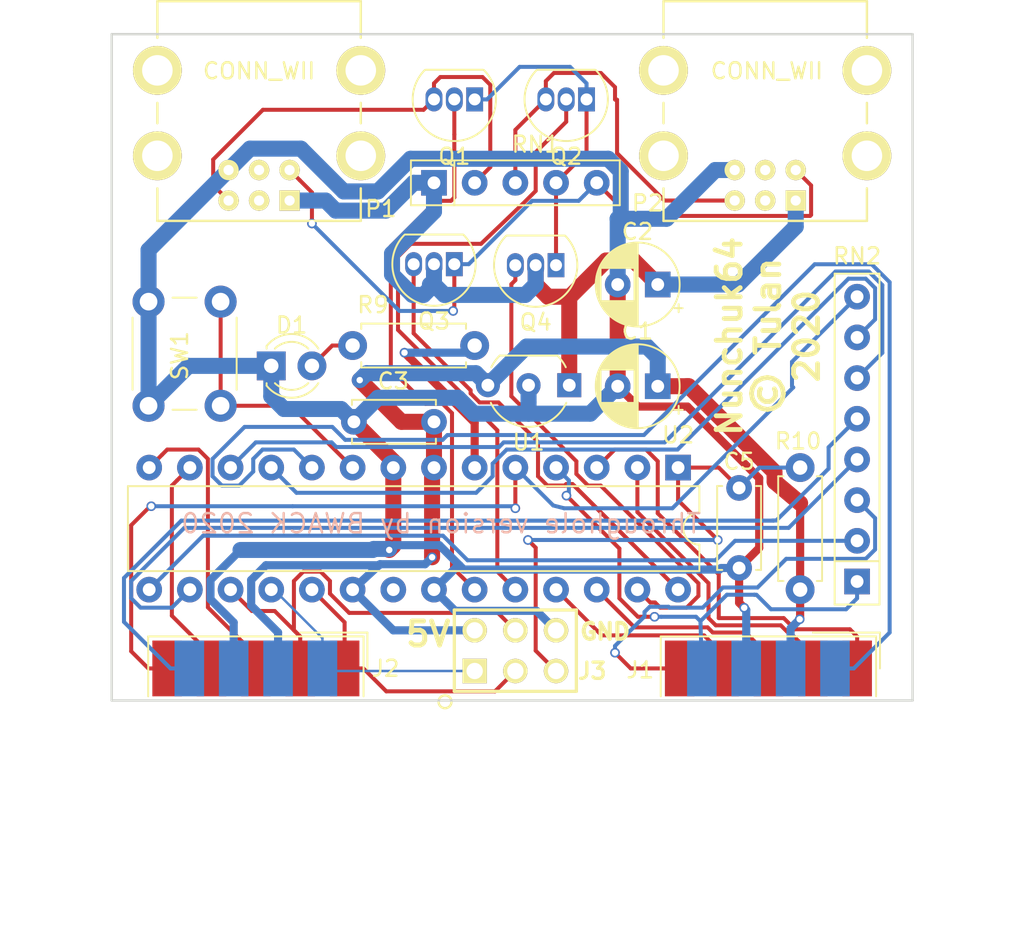
<source format=kicad_pcb>
(kicad_pcb (version 20171130) (host pcbnew 5.1.5+dfsg1-2build2)

  (general
    (thickness 1.6)
    (drawings 13)
    (tracks 468)
    (zones 0)
    (modules 21)
    (nets 39)
  )

  (page A4)
  (title_block
    (date 2022-05-26)
    (rev 1.1)
  )

  (layers
    (0 F.Cu signal)
    (31 B.Cu signal)
    (32 B.Adhes user hide)
    (33 F.Adhes user hide)
    (34 B.Paste user hide)
    (35 F.Paste user hide)
    (36 B.SilkS user)
    (37 F.SilkS user)
    (38 B.Mask user hide)
    (39 F.Mask user hide)
    (40 Dwgs.User user hide)
    (41 Cmts.User user hide)
    (42 Eco1.User user hide)
    (43 Eco2.User user hide)
    (44 Edge.Cuts user)
    (45 Margin user)
    (46 B.CrtYd user)
    (47 F.CrtYd user)
    (48 B.Fab user)
    (49 F.Fab user)
  )

  (setup
    (last_trace_width 0.25)
    (user_trace_width 0.1524)
    (user_trace_width 0.508)
    (user_trace_width 1)
    (trace_clearance 0.2)
    (zone_clearance 0.508)
    (zone_45_only no)
    (trace_min 0.1524)
    (via_size 0.6)
    (via_drill 0.4)
    (via_min_size 0.4)
    (via_min_drill 0.3)
    (uvia_size 0.3)
    (uvia_drill 0.1)
    (uvias_allowed no)
    (uvia_min_size 0.2)
    (uvia_min_drill 0.1)
    (edge_width 0.15)
    (segment_width 0.2)
    (pcb_text_width 0.3)
    (pcb_text_size 1.5 1.5)
    (mod_edge_width 0.15)
    (mod_text_size 1 1)
    (mod_text_width 0.15)
    (pad_size 1.8 1.8)
    (pad_drill 0.9)
    (pad_to_mask_clearance 0.2)
    (aux_axis_origin 0 0)
    (visible_elements FFFEFF7F)
    (pcbplotparams
      (layerselection 0x010f0_ffffffff)
      (usegerberextensions true)
      (usegerberattributes false)
      (usegerberadvancedattributes false)
      (creategerberjobfile false)
      (excludeedgelayer true)
      (linewidth 0.100000)
      (plotframeref false)
      (viasonmask false)
      (mode 1)
      (useauxorigin false)
      (hpglpennumber 1)
      (hpglpenspeed 20)
      (hpglpendiameter 15.000000)
      (psnegative false)
      (psa4output false)
      (plotreference true)
      (plotvalue true)
      (plotinvisibletext false)
      (padsonsilk false)
      (subtractmaskfromsilk false)
      (outputformat 1)
      (mirror false)
      (drillshape 0)
      (scaleselection 1)
      (outputdirectory "gerber/"))
  )

  (net 0 "")
  (net 1 /Joy_A0)
  (net 2 /Joy_A1)
  (net 3 /Joy_A2)
  (net 4 /Joy_A3)
  (net 5 /Pot_AY)
  (net 6 /Button_A)
  (net 7 +5V)
  (net 8 GND)
  (net 9 /Pot_AX)
  (net 10 /Joy_B0)
  (net 11 /Joy_B1)
  (net 12 /Joy_B2)
  (net 13 /Joy_B3)
  (net 14 /Pot_BY)
  (net 15 /Button_B)
  (net 16 /Pot_BX)
  (net 17 +3V3)
  (net 18 /SCL)
  (net 19 /SEL1)
  (net 20 /SEL2)
  (net 21 /SCL_)
  (net 22 /SDA_)
  (net 23 /Pot_AY_)
  (net 24 /Pot_AX_)
  (net 25 /Pot_BX_)
  (net 26 /Pot_BY_)
  (net 27 /RESET)
  (net 28 /SDA1)
  (net 29 /SDA2)
  (net 30 "Net-(D1-Pad2)")
  (net 31 /LED)
  (net 32 /BTN)
  (net 33 "Net-(P1-Pad3)")
  (net 34 "Net-(P1-Pad4)")
  (net 35 "Net-(P2-Pad3)")
  (net 36 "Net-(P2-Pad4)")
  (net 37 "Net-(U2-Pad21)")
  (net 38 /SDA)

  (net_class Default "This is the default net class."
    (clearance 0.2)
    (trace_width 0.25)
    (via_dia 0.6)
    (via_drill 0.4)
    (uvia_dia 0.3)
    (uvia_drill 0.1)
    (add_net /BTN)
    (add_net /Button_A)
    (add_net /Button_B)
    (add_net /Joy_A0)
    (add_net /Joy_A1)
    (add_net /Joy_A2)
    (add_net /Joy_A3)
    (add_net /Joy_B0)
    (add_net /Joy_B1)
    (add_net /Joy_B2)
    (add_net /Joy_B3)
    (add_net /LED)
    (add_net /Pot_AX)
    (add_net /Pot_AX_)
    (add_net /Pot_AY)
    (add_net /Pot_AY_)
    (add_net /Pot_BX)
    (add_net /Pot_BX_)
    (add_net /Pot_BY)
    (add_net /Pot_BY_)
    (add_net /RESET)
    (add_net /SCL)
    (add_net /SCL_)
    (add_net /SDA)
    (add_net /SDA1)
    (add_net /SDA2)
    (add_net /SDA_)
    (add_net /SEL1)
    (add_net /SEL2)
    (add_net GND)
    (add_net "Net-(D1-Pad2)")
    (add_net "Net-(P1-Pad3)")
    (add_net "Net-(P1-Pad4)")
    (add_net "Net-(P2-Pad3)")
    (add_net "Net-(P2-Pad4)")
    (add_net "Net-(U2-Pad21)")
  )

  (net_class Power ""
    (clearance 0.2)
    (trace_width 0.6)
    (via_dia 0.6)
    (via_drill 0.4)
    (uvia_dia 0.3)
    (uvia_drill 0.1)
    (add_net +3V3)
    (add_net +5V)
  )

  (module Resistor_THT:R_Array_SIP5 (layer F.Cu) (tedit 5A14249F) (tstamp 628F7DB9)
    (at 96.52 81.28)
    (descr "5-pin Resistor SIP pack")
    (tags R)
    (path /5FA24D37)
    (fp_text reference RN1 (at 6.35 -2.4) (layer F.SilkS)
      (effects (font (size 1 1) (thickness 0.15)))
    )
    (fp_text value 2K2 (at 6.35 2.4) (layer F.Fab)
      (effects (font (size 1 1) (thickness 0.15)))
    )
    (fp_line (start 11.9 -1.65) (end -1.7 -1.65) (layer F.CrtYd) (width 0.05))
    (fp_line (start 11.9 1.65) (end 11.9 -1.65) (layer F.CrtYd) (width 0.05))
    (fp_line (start -1.7 1.65) (end 11.9 1.65) (layer F.CrtYd) (width 0.05))
    (fp_line (start -1.7 -1.65) (end -1.7 1.65) (layer F.CrtYd) (width 0.05))
    (fp_line (start 1.27 -1.4) (end 1.27 1.4) (layer F.SilkS) (width 0.12))
    (fp_line (start 11.6 -1.4) (end -1.44 -1.4) (layer F.SilkS) (width 0.12))
    (fp_line (start 11.6 1.4) (end 11.6 -1.4) (layer F.SilkS) (width 0.12))
    (fp_line (start -1.44 1.4) (end 11.6 1.4) (layer F.SilkS) (width 0.12))
    (fp_line (start -1.44 -1.4) (end -1.44 1.4) (layer F.SilkS) (width 0.12))
    (fp_line (start 1.27 -1.25) (end 1.27 1.25) (layer F.Fab) (width 0.1))
    (fp_line (start 11.45 -1.25) (end -1.29 -1.25) (layer F.Fab) (width 0.1))
    (fp_line (start 11.45 1.25) (end 11.45 -1.25) (layer F.Fab) (width 0.1))
    (fp_line (start -1.29 1.25) (end 11.45 1.25) (layer F.Fab) (width 0.1))
    (fp_line (start -1.29 -1.25) (end -1.29 1.25) (layer F.Fab) (width 0.1))
    (fp_text user %R (at 5.08 0) (layer F.Fab)
      (effects (font (size 1 1) (thickness 0.15)))
    )
    (pad 5 thru_hole oval (at 10.16 0) (size 1.6 1.6) (drill 0.8) (layers *.Cu *.Mask)
      (net 18 /SCL))
    (pad 4 thru_hole oval (at 7.62 0) (size 1.6 1.6) (drill 0.8) (layers *.Cu *.Mask)
      (net 38 /SDA))
    (pad 3 thru_hole oval (at 5.08 0) (size 1.6 1.6) (drill 0.8) (layers *.Cu *.Mask)
      (net 29 /SDA2))
    (pad 2 thru_hole oval (at 2.54 0) (size 1.6 1.6) (drill 0.8) (layers *.Cu *.Mask)
      (net 28 /SDA1))
    (pad 1 thru_hole rect (at 0 0) (size 1.6 1.6) (drill 0.8) (layers *.Cu *.Mask)
      (net 17 +3V3))
    (model ${KISYS3DMOD}/Resistor_THT.3dshapes/R_Array_SIP5.wrl
      (at (xyz 0 0 0))
      (scale (xyz 1 1 1))
      (rotate (xyz 0 0 0))
    )
  )

  (module Package_TO_SOT_THT:TO-92_Inline (layer F.Cu) (tedit 5A1DD157) (tstamp 628F7B94)
    (at 104.14 86.4235 180)
    (descr "TO-92 leads in-line, narrow, oval pads, drill 0.75mm (see NXP sot054_po.pdf)")
    (tags "to-92 sc-43 sc-43a sot54 PA33 transistor")
    (path /5A21C68C)
    (fp_text reference Q4 (at 1.27 -3.56) (layer F.SilkS)
      (effects (font (size 1 1) (thickness 0.15)))
    )
    (fp_text value 2N7000 (at 1.27 2.79) (layer F.Fab)
      (effects (font (size 1 1) (thickness 0.15)))
    )
    (fp_arc (start 1.27 0) (end 1.27 -2.6) (angle 135) (layer F.SilkS) (width 0.12))
    (fp_arc (start 1.27 0) (end 1.27 -2.48) (angle -135) (layer F.Fab) (width 0.1))
    (fp_arc (start 1.27 0) (end 1.27 -2.6) (angle -135) (layer F.SilkS) (width 0.12))
    (fp_arc (start 1.27 0) (end 1.27 -2.48) (angle 135) (layer F.Fab) (width 0.1))
    (fp_line (start 4 2.01) (end -1.46 2.01) (layer F.CrtYd) (width 0.05))
    (fp_line (start 4 2.01) (end 4 -2.73) (layer F.CrtYd) (width 0.05))
    (fp_line (start -1.46 -2.73) (end -1.46 2.01) (layer F.CrtYd) (width 0.05))
    (fp_line (start -1.46 -2.73) (end 4 -2.73) (layer F.CrtYd) (width 0.05))
    (fp_line (start -0.5 1.75) (end 3 1.75) (layer F.Fab) (width 0.1))
    (fp_line (start -0.53 1.85) (end 3.07 1.85) (layer F.SilkS) (width 0.12))
    (fp_text user %R (at 1.27 -3.56) (layer F.Fab)
      (effects (font (size 1 1) (thickness 0.15)))
    )
    (pad 1 thru_hole rect (at 0 0 180) (size 1.05 1.5) (drill 0.75) (layers *.Cu *.Mask)
      (net 38 /SDA))
    (pad 3 thru_hole oval (at 2.54 0 180) (size 1.05 1.5) (drill 0.75) (layers *.Cu *.Mask)
      (net 22 /SDA_))
    (pad 2 thru_hole oval (at 1.27 0 180) (size 1.05 1.5) (drill 0.75) (layers *.Cu *.Mask)
      (net 17 +3V3))
    (model ${KISYS3DMOD}/Package_TO_SOT_THT.3dshapes/TO-92_Inline.wrl
      (at (xyz 0 0 0))
      (scale (xyz 1 1 1))
      (rotate (xyz 0 0 0))
    )
  )

  (module Package_TO_SOT_THT:TO-92_Inline (layer F.Cu) (tedit 5A1DD157) (tstamp 628F7B82)
    (at 97.79 86.36 180)
    (descr "TO-92 leads in-line, narrow, oval pads, drill 0.75mm (see NXP sot054_po.pdf)")
    (tags "to-92 sc-43 sc-43a sot54 PA33 transistor")
    (path /5A21C557)
    (fp_text reference Q3 (at 1.27 -3.56) (layer F.SilkS)
      (effects (font (size 1 1) (thickness 0.15)))
    )
    (fp_text value 2N7000 (at 1.27 2.79) (layer F.Fab)
      (effects (font (size 1 1) (thickness 0.15)))
    )
    (fp_arc (start 1.27 0) (end 1.27 -2.6) (angle 135) (layer F.SilkS) (width 0.12))
    (fp_arc (start 1.27 0) (end 1.27 -2.48) (angle -135) (layer F.Fab) (width 0.1))
    (fp_arc (start 1.27 0) (end 1.27 -2.6) (angle -135) (layer F.SilkS) (width 0.12))
    (fp_arc (start 1.27 0) (end 1.27 -2.48) (angle 135) (layer F.Fab) (width 0.1))
    (fp_line (start 4 2.01) (end -1.46 2.01) (layer F.CrtYd) (width 0.05))
    (fp_line (start 4 2.01) (end 4 -2.73) (layer F.CrtYd) (width 0.05))
    (fp_line (start -1.46 -2.73) (end -1.46 2.01) (layer F.CrtYd) (width 0.05))
    (fp_line (start -1.46 -2.73) (end 4 -2.73) (layer F.CrtYd) (width 0.05))
    (fp_line (start -0.5 1.75) (end 3 1.75) (layer F.Fab) (width 0.1))
    (fp_line (start -0.53 1.85) (end 3.07 1.85) (layer F.SilkS) (width 0.12))
    (fp_text user %R (at 1.27 -3.56) (layer F.Fab)
      (effects (font (size 1 1) (thickness 0.15)))
    )
    (pad 1 thru_hole rect (at 0 0 180) (size 1.05 1.5) (drill 0.75) (layers *.Cu *.Mask)
      (net 18 /SCL))
    (pad 3 thru_hole oval (at 2.54 0 180) (size 1.05 1.5) (drill 0.75) (layers *.Cu *.Mask)
      (net 21 /SCL_))
    (pad 2 thru_hole oval (at 1.27 0 180) (size 1.05 1.5) (drill 0.75) (layers *.Cu *.Mask)
      (net 17 +3V3))
    (model ${KISYS3DMOD}/Package_TO_SOT_THT.3dshapes/TO-92_Inline.wrl
      (at (xyz 0 0 0))
      (scale (xyz 1 1 1))
      (rotate (xyz 0 0 0))
    )
  )

  (module Package_TO_SOT_THT:TO-92_Inline (layer F.Cu) (tedit 5A1DD157) (tstamp 628F7B70)
    (at 106.045 76.073 180)
    (descr "TO-92 leads in-line, narrow, oval pads, drill 0.75mm (see NXP sot054_po.pdf)")
    (tags "to-92 sc-43 sc-43a sot54 PA33 transistor")
    (path /5A21E82C)
    (fp_text reference Q2 (at 1.27 -3.56) (layer F.SilkS)
      (effects (font (size 1 1) (thickness 0.15)))
    )
    (fp_text value 2N7000 (at 1.27 2.79) (layer F.Fab)
      (effects (font (size 1 1) (thickness 0.15)))
    )
    (fp_arc (start 1.27 0) (end 1.27 -2.6) (angle 135) (layer F.SilkS) (width 0.12))
    (fp_arc (start 1.27 0) (end 1.27 -2.48) (angle -135) (layer F.Fab) (width 0.1))
    (fp_arc (start 1.27 0) (end 1.27 -2.6) (angle -135) (layer F.SilkS) (width 0.12))
    (fp_arc (start 1.27 0) (end 1.27 -2.48) (angle 135) (layer F.Fab) (width 0.1))
    (fp_line (start 4 2.01) (end -1.46 2.01) (layer F.CrtYd) (width 0.05))
    (fp_line (start 4 2.01) (end 4 -2.73) (layer F.CrtYd) (width 0.05))
    (fp_line (start -1.46 -2.73) (end -1.46 2.01) (layer F.CrtYd) (width 0.05))
    (fp_line (start -1.46 -2.73) (end 4 -2.73) (layer F.CrtYd) (width 0.05))
    (fp_line (start -0.5 1.75) (end 3 1.75) (layer F.Fab) (width 0.1))
    (fp_line (start -0.53 1.85) (end 3.07 1.85) (layer F.SilkS) (width 0.12))
    (fp_text user %R (at 1.27 -3.56) (layer F.Fab)
      (effects (font (size 1 1) (thickness 0.15)))
    )
    (pad 1 thru_hole rect (at 0 0 180) (size 1.05 1.5) (drill 0.75) (layers *.Cu *.Mask)
      (net 38 /SDA))
    (pad 3 thru_hole oval (at 2.54 0 180) (size 1.05 1.5) (drill 0.75) (layers *.Cu *.Mask)
      (net 29 /SDA2))
    (pad 2 thru_hole oval (at 1.27 0 180) (size 1.05 1.5) (drill 0.75) (layers *.Cu *.Mask)
      (net 20 /SEL2))
    (model ${KISYS3DMOD}/Package_TO_SOT_THT.3dshapes/TO-92_Inline.wrl
      (at (xyz 0 0 0))
      (scale (xyz 1 1 1))
      (rotate (xyz 0 0 0))
    )
  )

  (module Package_TO_SOT_THT:TO-92_Inline (layer F.Cu) (tedit 5A1DD157) (tstamp 628F7B5E)
    (at 99.06 76.073 180)
    (descr "TO-92 leads in-line, narrow, oval pads, drill 0.75mm (see NXP sot054_po.pdf)")
    (tags "to-92 sc-43 sc-43a sot54 PA33 transistor")
    (path /5A21E744)
    (fp_text reference Q1 (at 1.27 -3.56) (layer F.SilkS)
      (effects (font (size 1 1) (thickness 0.15)))
    )
    (fp_text value 2N7000 (at 1.27 2.79) (layer F.Fab)
      (effects (font (size 1 1) (thickness 0.15)))
    )
    (fp_arc (start 1.27 0) (end 1.27 -2.6) (angle 135) (layer F.SilkS) (width 0.12))
    (fp_arc (start 1.27 0) (end 1.27 -2.48) (angle -135) (layer F.Fab) (width 0.1))
    (fp_arc (start 1.27 0) (end 1.27 -2.6) (angle -135) (layer F.SilkS) (width 0.12))
    (fp_arc (start 1.27 0) (end 1.27 -2.48) (angle 135) (layer F.Fab) (width 0.1))
    (fp_line (start 4 2.01) (end -1.46 2.01) (layer F.CrtYd) (width 0.05))
    (fp_line (start 4 2.01) (end 4 -2.73) (layer F.CrtYd) (width 0.05))
    (fp_line (start -1.46 -2.73) (end -1.46 2.01) (layer F.CrtYd) (width 0.05))
    (fp_line (start -1.46 -2.73) (end 4 -2.73) (layer F.CrtYd) (width 0.05))
    (fp_line (start -0.5 1.75) (end 3 1.75) (layer F.Fab) (width 0.1))
    (fp_line (start -0.53 1.85) (end 3.07 1.85) (layer F.SilkS) (width 0.12))
    (fp_text user %R (at 1.27 -3.56) (layer F.Fab)
      (effects (font (size 1 1) (thickness 0.15)))
    )
    (pad 1 thru_hole rect (at 0 0 180) (size 1.05 1.5) (drill 0.75) (layers *.Cu *.Mask)
      (net 38 /SDA))
    (pad 3 thru_hole oval (at 2.54 0 180) (size 1.05 1.5) (drill 0.75) (layers *.Cu *.Mask)
      (net 28 /SDA1))
    (pad 2 thru_hole oval (at 1.27 0 180) (size 1.05 1.5) (drill 0.75) (layers *.Cu *.Mask)
      (net 19 /SEL1))
    (model ${KISYS3DMOD}/Package_TO_SOT_THT.3dshapes/TO-92_Inline.wrl
      (at (xyz 0 0 0))
      (scale (xyz 1 1 1))
      (rotate (xyz 0 0 0))
    )
  )

  (module Package_TO_SOT_THT:TO-92_Inline_Wide (layer F.Cu) (tedit 5A02FF81) (tstamp 604677FA)
    (at 104.9655 93.9165 180)
    (descr "TO-92 leads in-line, wide, drill 0.75mm (see NXP sot054_po.pdf)")
    (tags "to-92 sc-43 sc-43a sot54 PA33 transistor")
    (path /5FA2C370)
    (fp_text reference U1 (at 2.54 -3.56) (layer F.SilkS)
      (effects (font (size 1 1) (thickness 0.15)))
    )
    (fp_text value LP2950-3.3_TO92 (at 2.54 2.79) (layer F.Fab)
      (effects (font (size 1 1) (thickness 0.15)))
    )
    (fp_arc (start 2.54 0) (end 4.34 1.85) (angle -20) (layer F.SilkS) (width 0.12))
    (fp_arc (start 2.54 0) (end 2.54 -2.48) (angle -135) (layer F.Fab) (width 0.1))
    (fp_arc (start 2.54 0) (end 2.54 -2.48) (angle 135) (layer F.Fab) (width 0.1))
    (fp_arc (start 2.54 0) (end 2.54 -2.6) (angle 65) (layer F.SilkS) (width 0.12))
    (fp_arc (start 2.54 0) (end 2.54 -2.6) (angle -65) (layer F.SilkS) (width 0.12))
    (fp_arc (start 2.54 0) (end 0.74 1.85) (angle 20) (layer F.SilkS) (width 0.12))
    (fp_line (start 6.09 2.01) (end -1.01 2.01) (layer F.CrtYd) (width 0.05))
    (fp_line (start 6.09 2.01) (end 6.09 -2.73) (layer F.CrtYd) (width 0.05))
    (fp_line (start -1.01 -2.73) (end -1.01 2.01) (layer F.CrtYd) (width 0.05))
    (fp_line (start -1.01 -2.73) (end 6.09 -2.73) (layer F.CrtYd) (width 0.05))
    (fp_line (start 0.8 1.75) (end 4.3 1.75) (layer F.Fab) (width 0.1))
    (fp_line (start 0.74 1.85) (end 4.34 1.85) (layer F.SilkS) (width 0.12))
    (fp_text user %R (at 2.54 -3.56) (layer F.Fab)
      (effects (font (size 1 1) (thickness 0.15)))
    )
    (pad 1 thru_hole rect (at 0 0 270) (size 1.5 1.5) (drill 0.8) (layers *.Cu *.Mask)
      (net 17 +3V3))
    (pad 3 thru_hole circle (at 5.08 0 270) (size 1.5 1.5) (drill 0.8) (layers *.Cu *.Mask)
      (net 7 +5V))
    (pad 2 thru_hole circle (at 2.54 0 270) (size 1.5 1.5) (drill 0.8) (layers *.Cu *.Mask)
      (net 8 GND))
    (model ${KISYS3DMOD}/Package_TO_SOT_THT.3dshapes/TO-92_Inline_Wide.wrl
      (at (xyz 0 0 0))
      (scale (xyz 1 1 1))
      (rotate (xyz 0 0 0))
    )
  )

  (module nunchuk_commodore:AVR-ISP-6-TH (layer F.Cu) (tedit 0) (tstamp 5A3976B0)
    (at 101.6 110.49)
    (descr "Double rangee de contacts 2 x 4 pins")
    (tags CONN)
    (path /5A396B9A)
    (fp_text reference J3 (at 4.8 1.27) (layer F.SilkS)
      (effects (font (size 1.016 1.016) (thickness 0.2032)))
    )
    (fp_text value Conn_02x03_Odd_Even (at 0 3.81) (layer F.SilkS) hide
      (effects (font (size 1.016 1.016) (thickness 0.2032)))
    )
    (fp_circle (center -4.39 3.19) (end -4.11 3.48) (layer F.SilkS) (width 0.15))
    (fp_line (start 3.81 2.54) (end -3.81 2.54) (layer F.SilkS) (width 0.2032))
    (fp_line (start -3.81 -2.54) (end 3.81 -2.54) (layer F.SilkS) (width 0.2032))
    (fp_line (start 3.81 -2.54) (end 3.81 2.54) (layer F.SilkS) (width 0.2032))
    (fp_line (start -3.81 2.54) (end -3.81 -2.54) (layer F.SilkS) (width 0.2032))
    (pad 1 thru_hole rect (at -2.54 1.27) (size 1.524 1.524) (drill 1.016) (layers *.Cu *.Mask F.SilkS)
      (net 15 /Button_B))
    (pad 2 thru_hole circle (at -2.54 -1.27) (size 1.524 1.524) (drill 1.016) (layers *.Cu *.Mask F.SilkS)
      (net 7 +5V))
    (pad 3 thru_hole circle (at 0 1.27) (size 1.524 1.524) (drill 1.016) (layers *.Cu *.Mask F.SilkS)
      (net 10 /Joy_B0))
    (pad 4 thru_hole circle (at 0 -1.27) (size 1.524 1.524) (drill 1.016) (layers *.Cu *.Mask F.SilkS)
      (net 11 /Joy_B1))
    (pad 5 thru_hole circle (at 2.54 1.27) (size 1.524 1.524) (drill 1.016) (layers *.Cu *.Mask F.SilkS)
      (net 27 /RESET))
    (pad 6 thru_hole circle (at 2.54 -1.27) (size 1.524 1.524) (drill 1.016) (layers *.Cu *.Mask F.SilkS)
      (net 8 GND))
    (model pin_array/pins_array_3x2.wrl
      (at (xyz 0 0 0))
      (scale (xyz 1 1 1))
      (rotate (xyz 0 0 0))
    )
  )

  (module Resistor_THT:R_Array_SIP8 (layer F.Cu) (tedit 5A14249F) (tstamp 5FAB466F)
    (at 122.936 106.172 90)
    (descr "8-pin Resistor SIP pack")
    (tags R)
    (path /5FAE4A17)
    (fp_text reference RN2 (at 20.32 0 180) (layer F.SilkS)
      (effects (font (size 1 1) (thickness 0.15)))
    )
    (fp_text value 10K_Pack04_SIP (at 10.16 2.4 90) (layer F.Fab)
      (effects (font (size 1 1) (thickness 0.15)))
    )
    (fp_line (start 19.5 -1.65) (end -1.7 -1.65) (layer F.CrtYd) (width 0.05))
    (fp_line (start 19.5 1.65) (end 19.5 -1.65) (layer F.CrtYd) (width 0.05))
    (fp_line (start -1.7 1.65) (end 19.5 1.65) (layer F.CrtYd) (width 0.05))
    (fp_line (start -1.7 -1.65) (end -1.7 1.65) (layer F.CrtYd) (width 0.05))
    (fp_line (start 1.27 -1.4) (end 1.27 1.4) (layer F.SilkS) (width 0.12))
    (fp_line (start 19.22 -1.4) (end -1.44 -1.4) (layer F.SilkS) (width 0.12))
    (fp_line (start 19.22 1.4) (end 19.22 -1.4) (layer F.SilkS) (width 0.12))
    (fp_line (start -1.44 1.4) (end 19.22 1.4) (layer F.SilkS) (width 0.12))
    (fp_line (start -1.44 -1.4) (end -1.44 1.4) (layer F.SilkS) (width 0.12))
    (fp_line (start 1.27 -1.25) (end 1.27 1.25) (layer F.Fab) (width 0.1))
    (fp_line (start 19.07 -1.25) (end -1.29 -1.25) (layer F.Fab) (width 0.1))
    (fp_line (start 19.07 1.25) (end 19.07 -1.25) (layer F.Fab) (width 0.1))
    (fp_line (start -1.29 1.25) (end 19.07 1.25) (layer F.Fab) (width 0.1))
    (fp_line (start -1.29 -1.25) (end -1.29 1.25) (layer F.Fab) (width 0.1))
    (fp_text user %R (at 8.89 0 90) (layer F.Fab)
      (effects (font (size 1 1) (thickness 0.15)))
    )
    (pad 8 thru_hole oval (at 17.78 0 90) (size 1.6 1.6) (drill 0.8) (layers *.Cu *.Mask)
      (net 14 /Pot_BY))
    (pad 7 thru_hole oval (at 15.24 0 90) (size 1.6 1.6) (drill 0.8) (layers *.Cu *.Mask)
      (net 26 /Pot_BY_))
    (pad 6 thru_hole oval (at 12.7 0 90) (size 1.6 1.6) (drill 0.8) (layers *.Cu *.Mask)
      (net 25 /Pot_BX_))
    (pad 5 thru_hole oval (at 10.16 0 90) (size 1.6 1.6) (drill 0.8) (layers *.Cu *.Mask)
      (net 16 /Pot_BX))
    (pad 4 thru_hole oval (at 7.62 0 90) (size 1.6 1.6) (drill 0.8) (layers *.Cu *.Mask)
      (net 23 /Pot_AY_))
    (pad 3 thru_hole oval (at 5.08 0 90) (size 1.6 1.6) (drill 0.8) (layers *.Cu *.Mask)
      (net 5 /Pot_AY))
    (pad 2 thru_hole oval (at 2.54 0 90) (size 1.6 1.6) (drill 0.8) (layers *.Cu *.Mask)
      (net 24 /Pot_AX_))
    (pad 1 thru_hole rect (at 0 0 90) (size 1.6 1.6) (drill 0.8) (layers *.Cu *.Mask)
      (net 9 /Pot_AX))
    (model ${KISYS3DMOD}/Resistor_THT.3dshapes/R_Array_SIP8.wrl
      (at (xyz 0 0 0))
      (scale (xyz 1 1 1))
      (rotate (xyz 0 0 0))
    )
  )

  (module LED_THT:LED_D3.0mm (layer F.Cu) (tedit 587A3A7B) (tstamp 5A425A70)
    (at 86.36 92.71)
    (descr "LED, diameter 3.0mm, 2 pins")
    (tags "LED diameter 3.0mm 2 pins")
    (path /5A425420)
    (fp_text reference D1 (at 1.27 -2.54) (layer F.SilkS)
      (effects (font (size 1 1) (thickness 0.15)))
    )
    (fp_text value LED (at 1.27 2.96) (layer F.Fab)
      (effects (font (size 1 1) (thickness 0.15)))
    )
    (fp_arc (start 1.27 0) (end -0.23 -1.16619) (angle 284.3) (layer F.Fab) (width 0.1))
    (fp_arc (start 1.27 0) (end -0.29 -1.235516) (angle 108.8) (layer F.SilkS) (width 0.12))
    (fp_arc (start 1.27 0) (end -0.29 1.235516) (angle -108.8) (layer F.SilkS) (width 0.12))
    (fp_arc (start 1.27 0) (end 0.229039 -1.08) (angle 87.9) (layer F.SilkS) (width 0.12))
    (fp_arc (start 1.27 0) (end 0.229039 1.08) (angle -87.9) (layer F.SilkS) (width 0.12))
    (fp_circle (center 1.27 0) (end 2.77 0) (layer F.Fab) (width 0.1))
    (fp_line (start -0.23 -1.16619) (end -0.23 1.16619) (layer F.Fab) (width 0.1))
    (fp_line (start -0.29 -1.236) (end -0.29 -1.08) (layer F.SilkS) (width 0.12))
    (fp_line (start -0.29 1.08) (end -0.29 1.236) (layer F.SilkS) (width 0.12))
    (fp_line (start -1.15 -2.25) (end -1.15 2.25) (layer F.CrtYd) (width 0.05))
    (fp_line (start -1.15 2.25) (end 3.7 2.25) (layer F.CrtYd) (width 0.05))
    (fp_line (start 3.7 2.25) (end 3.7 -2.25) (layer F.CrtYd) (width 0.05))
    (fp_line (start 3.7 -2.25) (end -1.15 -2.25) (layer F.CrtYd) (width 0.05))
    (pad 1 thru_hole rect (at 0 0) (size 1.8 1.8) (drill 0.9) (layers *.Cu *.Mask)
      (net 8 GND))
    (pad 2 thru_hole circle (at 2.54 0) (size 1.8 1.8) (drill 0.9) (layers *.Cu *.Mask)
      (net 30 "Net-(D1-Pad2)"))
    (model ${KISYS3DMOD}/LED_THT.3dshapes/LED_D3.0mm.wrl
      (at (xyz 0 0 0))
      (scale (xyz 1 1 1))
      (rotate (xyz 0 0 0))
    )
  )

  (module Capacitor_THT:CP_Radial_D5.0mm_P2.50mm (layer F.Cu) (tedit 5AE50EF0) (tstamp 5A385D04)
    (at 110.49 87.63 180)
    (descr "CP, Radial series, Radial, pin pitch=2.50mm, , diameter=5mm, Electrolytic Capacitor")
    (tags "CP Radial series Radial pin pitch 2.50mm  diameter 5mm Electrolytic Capacitor")
    (path /5A3994D1)
    (fp_text reference C2 (at 1.27 3.302) (layer F.SilkS)
      (effects (font (size 1 1) (thickness 0.15)))
    )
    (fp_text value 22uF (at 1.25 3.75) (layer F.Fab)
      (effects (font (size 1 1) (thickness 0.15)))
    )
    (fp_text user %R (at 1.25 0) (layer F.Fab)
      (effects (font (size 1 1) (thickness 0.15)))
    )
    (fp_line (start -1.304775 -1.725) (end -1.304775 -1.225) (layer F.SilkS) (width 0.12))
    (fp_line (start -1.554775 -1.475) (end -1.054775 -1.475) (layer F.SilkS) (width 0.12))
    (fp_line (start 3.851 -0.284) (end 3.851 0.284) (layer F.SilkS) (width 0.12))
    (fp_line (start 3.811 -0.518) (end 3.811 0.518) (layer F.SilkS) (width 0.12))
    (fp_line (start 3.771 -0.677) (end 3.771 0.677) (layer F.SilkS) (width 0.12))
    (fp_line (start 3.731 -0.805) (end 3.731 0.805) (layer F.SilkS) (width 0.12))
    (fp_line (start 3.691 -0.915) (end 3.691 0.915) (layer F.SilkS) (width 0.12))
    (fp_line (start 3.651 -1.011) (end 3.651 1.011) (layer F.SilkS) (width 0.12))
    (fp_line (start 3.611 -1.098) (end 3.611 1.098) (layer F.SilkS) (width 0.12))
    (fp_line (start 3.571 -1.178) (end 3.571 1.178) (layer F.SilkS) (width 0.12))
    (fp_line (start 3.531 1.04) (end 3.531 1.251) (layer F.SilkS) (width 0.12))
    (fp_line (start 3.531 -1.251) (end 3.531 -1.04) (layer F.SilkS) (width 0.12))
    (fp_line (start 3.491 1.04) (end 3.491 1.319) (layer F.SilkS) (width 0.12))
    (fp_line (start 3.491 -1.319) (end 3.491 -1.04) (layer F.SilkS) (width 0.12))
    (fp_line (start 3.451 1.04) (end 3.451 1.383) (layer F.SilkS) (width 0.12))
    (fp_line (start 3.451 -1.383) (end 3.451 -1.04) (layer F.SilkS) (width 0.12))
    (fp_line (start 3.411 1.04) (end 3.411 1.443) (layer F.SilkS) (width 0.12))
    (fp_line (start 3.411 -1.443) (end 3.411 -1.04) (layer F.SilkS) (width 0.12))
    (fp_line (start 3.371 1.04) (end 3.371 1.5) (layer F.SilkS) (width 0.12))
    (fp_line (start 3.371 -1.5) (end 3.371 -1.04) (layer F.SilkS) (width 0.12))
    (fp_line (start 3.331 1.04) (end 3.331 1.554) (layer F.SilkS) (width 0.12))
    (fp_line (start 3.331 -1.554) (end 3.331 -1.04) (layer F.SilkS) (width 0.12))
    (fp_line (start 3.291 1.04) (end 3.291 1.605) (layer F.SilkS) (width 0.12))
    (fp_line (start 3.291 -1.605) (end 3.291 -1.04) (layer F.SilkS) (width 0.12))
    (fp_line (start 3.251 1.04) (end 3.251 1.653) (layer F.SilkS) (width 0.12))
    (fp_line (start 3.251 -1.653) (end 3.251 -1.04) (layer F.SilkS) (width 0.12))
    (fp_line (start 3.211 1.04) (end 3.211 1.699) (layer F.SilkS) (width 0.12))
    (fp_line (start 3.211 -1.699) (end 3.211 -1.04) (layer F.SilkS) (width 0.12))
    (fp_line (start 3.171 1.04) (end 3.171 1.743) (layer F.SilkS) (width 0.12))
    (fp_line (start 3.171 -1.743) (end 3.171 -1.04) (layer F.SilkS) (width 0.12))
    (fp_line (start 3.131 1.04) (end 3.131 1.785) (layer F.SilkS) (width 0.12))
    (fp_line (start 3.131 -1.785) (end 3.131 -1.04) (layer F.SilkS) (width 0.12))
    (fp_line (start 3.091 1.04) (end 3.091 1.826) (layer F.SilkS) (width 0.12))
    (fp_line (start 3.091 -1.826) (end 3.091 -1.04) (layer F.SilkS) (width 0.12))
    (fp_line (start 3.051 1.04) (end 3.051 1.864) (layer F.SilkS) (width 0.12))
    (fp_line (start 3.051 -1.864) (end 3.051 -1.04) (layer F.SilkS) (width 0.12))
    (fp_line (start 3.011 1.04) (end 3.011 1.901) (layer F.SilkS) (width 0.12))
    (fp_line (start 3.011 -1.901) (end 3.011 -1.04) (layer F.SilkS) (width 0.12))
    (fp_line (start 2.971 1.04) (end 2.971 1.937) (layer F.SilkS) (width 0.12))
    (fp_line (start 2.971 -1.937) (end 2.971 -1.04) (layer F.SilkS) (width 0.12))
    (fp_line (start 2.931 1.04) (end 2.931 1.971) (layer F.SilkS) (width 0.12))
    (fp_line (start 2.931 -1.971) (end 2.931 -1.04) (layer F.SilkS) (width 0.12))
    (fp_line (start 2.891 1.04) (end 2.891 2.004) (layer F.SilkS) (width 0.12))
    (fp_line (start 2.891 -2.004) (end 2.891 -1.04) (layer F.SilkS) (width 0.12))
    (fp_line (start 2.851 1.04) (end 2.851 2.035) (layer F.SilkS) (width 0.12))
    (fp_line (start 2.851 -2.035) (end 2.851 -1.04) (layer F.SilkS) (width 0.12))
    (fp_line (start 2.811 1.04) (end 2.811 2.065) (layer F.SilkS) (width 0.12))
    (fp_line (start 2.811 -2.065) (end 2.811 -1.04) (layer F.SilkS) (width 0.12))
    (fp_line (start 2.771 1.04) (end 2.771 2.095) (layer F.SilkS) (width 0.12))
    (fp_line (start 2.771 -2.095) (end 2.771 -1.04) (layer F.SilkS) (width 0.12))
    (fp_line (start 2.731 1.04) (end 2.731 2.122) (layer F.SilkS) (width 0.12))
    (fp_line (start 2.731 -2.122) (end 2.731 -1.04) (layer F.SilkS) (width 0.12))
    (fp_line (start 2.691 1.04) (end 2.691 2.149) (layer F.SilkS) (width 0.12))
    (fp_line (start 2.691 -2.149) (end 2.691 -1.04) (layer F.SilkS) (width 0.12))
    (fp_line (start 2.651 1.04) (end 2.651 2.175) (layer F.SilkS) (width 0.12))
    (fp_line (start 2.651 -2.175) (end 2.651 -1.04) (layer F.SilkS) (width 0.12))
    (fp_line (start 2.611 1.04) (end 2.611 2.2) (layer F.SilkS) (width 0.12))
    (fp_line (start 2.611 -2.2) (end 2.611 -1.04) (layer F.SilkS) (width 0.12))
    (fp_line (start 2.571 1.04) (end 2.571 2.224) (layer F.SilkS) (width 0.12))
    (fp_line (start 2.571 -2.224) (end 2.571 -1.04) (layer F.SilkS) (width 0.12))
    (fp_line (start 2.531 1.04) (end 2.531 2.247) (layer F.SilkS) (width 0.12))
    (fp_line (start 2.531 -2.247) (end 2.531 -1.04) (layer F.SilkS) (width 0.12))
    (fp_line (start 2.491 1.04) (end 2.491 2.268) (layer F.SilkS) (width 0.12))
    (fp_line (start 2.491 -2.268) (end 2.491 -1.04) (layer F.SilkS) (width 0.12))
    (fp_line (start 2.451 1.04) (end 2.451 2.29) (layer F.SilkS) (width 0.12))
    (fp_line (start 2.451 -2.29) (end 2.451 -1.04) (layer F.SilkS) (width 0.12))
    (fp_line (start 2.411 1.04) (end 2.411 2.31) (layer F.SilkS) (width 0.12))
    (fp_line (start 2.411 -2.31) (end 2.411 -1.04) (layer F.SilkS) (width 0.12))
    (fp_line (start 2.371 1.04) (end 2.371 2.329) (layer F.SilkS) (width 0.12))
    (fp_line (start 2.371 -2.329) (end 2.371 -1.04) (layer F.SilkS) (width 0.12))
    (fp_line (start 2.331 1.04) (end 2.331 2.348) (layer F.SilkS) (width 0.12))
    (fp_line (start 2.331 -2.348) (end 2.331 -1.04) (layer F.SilkS) (width 0.12))
    (fp_line (start 2.291 1.04) (end 2.291 2.365) (layer F.SilkS) (width 0.12))
    (fp_line (start 2.291 -2.365) (end 2.291 -1.04) (layer F.SilkS) (width 0.12))
    (fp_line (start 2.251 1.04) (end 2.251 2.382) (layer F.SilkS) (width 0.12))
    (fp_line (start 2.251 -2.382) (end 2.251 -1.04) (layer F.SilkS) (width 0.12))
    (fp_line (start 2.211 1.04) (end 2.211 2.398) (layer F.SilkS) (width 0.12))
    (fp_line (start 2.211 -2.398) (end 2.211 -1.04) (layer F.SilkS) (width 0.12))
    (fp_line (start 2.171 1.04) (end 2.171 2.414) (layer F.SilkS) (width 0.12))
    (fp_line (start 2.171 -2.414) (end 2.171 -1.04) (layer F.SilkS) (width 0.12))
    (fp_line (start 2.131 1.04) (end 2.131 2.428) (layer F.SilkS) (width 0.12))
    (fp_line (start 2.131 -2.428) (end 2.131 -1.04) (layer F.SilkS) (width 0.12))
    (fp_line (start 2.091 1.04) (end 2.091 2.442) (layer F.SilkS) (width 0.12))
    (fp_line (start 2.091 -2.442) (end 2.091 -1.04) (layer F.SilkS) (width 0.12))
    (fp_line (start 2.051 1.04) (end 2.051 2.455) (layer F.SilkS) (width 0.12))
    (fp_line (start 2.051 -2.455) (end 2.051 -1.04) (layer F.SilkS) (width 0.12))
    (fp_line (start 2.011 1.04) (end 2.011 2.468) (layer F.SilkS) (width 0.12))
    (fp_line (start 2.011 -2.468) (end 2.011 -1.04) (layer F.SilkS) (width 0.12))
    (fp_line (start 1.971 1.04) (end 1.971 2.48) (layer F.SilkS) (width 0.12))
    (fp_line (start 1.971 -2.48) (end 1.971 -1.04) (layer F.SilkS) (width 0.12))
    (fp_line (start 1.93 1.04) (end 1.93 2.491) (layer F.SilkS) (width 0.12))
    (fp_line (start 1.93 -2.491) (end 1.93 -1.04) (layer F.SilkS) (width 0.12))
    (fp_line (start 1.89 1.04) (end 1.89 2.501) (layer F.SilkS) (width 0.12))
    (fp_line (start 1.89 -2.501) (end 1.89 -1.04) (layer F.SilkS) (width 0.12))
    (fp_line (start 1.85 1.04) (end 1.85 2.511) (layer F.SilkS) (width 0.12))
    (fp_line (start 1.85 -2.511) (end 1.85 -1.04) (layer F.SilkS) (width 0.12))
    (fp_line (start 1.81 1.04) (end 1.81 2.52) (layer F.SilkS) (width 0.12))
    (fp_line (start 1.81 -2.52) (end 1.81 -1.04) (layer F.SilkS) (width 0.12))
    (fp_line (start 1.77 1.04) (end 1.77 2.528) (layer F.SilkS) (width 0.12))
    (fp_line (start 1.77 -2.528) (end 1.77 -1.04) (layer F.SilkS) (width 0.12))
    (fp_line (start 1.73 1.04) (end 1.73 2.536) (layer F.SilkS) (width 0.12))
    (fp_line (start 1.73 -2.536) (end 1.73 -1.04) (layer F.SilkS) (width 0.12))
    (fp_line (start 1.69 1.04) (end 1.69 2.543) (layer F.SilkS) (width 0.12))
    (fp_line (start 1.69 -2.543) (end 1.69 -1.04) (layer F.SilkS) (width 0.12))
    (fp_line (start 1.65 1.04) (end 1.65 2.55) (layer F.SilkS) (width 0.12))
    (fp_line (start 1.65 -2.55) (end 1.65 -1.04) (layer F.SilkS) (width 0.12))
    (fp_line (start 1.61 1.04) (end 1.61 2.556) (layer F.SilkS) (width 0.12))
    (fp_line (start 1.61 -2.556) (end 1.61 -1.04) (layer F.SilkS) (width 0.12))
    (fp_line (start 1.57 1.04) (end 1.57 2.561) (layer F.SilkS) (width 0.12))
    (fp_line (start 1.57 -2.561) (end 1.57 -1.04) (layer F.SilkS) (width 0.12))
    (fp_line (start 1.53 1.04) (end 1.53 2.565) (layer F.SilkS) (width 0.12))
    (fp_line (start 1.53 -2.565) (end 1.53 -1.04) (layer F.SilkS) (width 0.12))
    (fp_line (start 1.49 1.04) (end 1.49 2.569) (layer F.SilkS) (width 0.12))
    (fp_line (start 1.49 -2.569) (end 1.49 -1.04) (layer F.SilkS) (width 0.12))
    (fp_line (start 1.45 -2.573) (end 1.45 2.573) (layer F.SilkS) (width 0.12))
    (fp_line (start 1.41 -2.576) (end 1.41 2.576) (layer F.SilkS) (width 0.12))
    (fp_line (start 1.37 -2.578) (end 1.37 2.578) (layer F.SilkS) (width 0.12))
    (fp_line (start 1.33 -2.579) (end 1.33 2.579) (layer F.SilkS) (width 0.12))
    (fp_line (start 1.29 -2.58) (end 1.29 2.58) (layer F.SilkS) (width 0.12))
    (fp_line (start 1.25 -2.58) (end 1.25 2.58) (layer F.SilkS) (width 0.12))
    (fp_line (start -0.633605 -1.3375) (end -0.633605 -0.8375) (layer F.Fab) (width 0.1))
    (fp_line (start -0.883605 -1.0875) (end -0.383605 -1.0875) (layer F.Fab) (width 0.1))
    (fp_circle (center 1.25 0) (end 4 0) (layer F.CrtYd) (width 0.05))
    (fp_circle (center 1.25 0) (end 3.87 0) (layer F.SilkS) (width 0.12))
    (fp_circle (center 1.25 0) (end 3.75 0) (layer F.Fab) (width 0.1))
    (pad 2 thru_hole circle (at 2.5 0 180) (size 1.6 1.6) (drill 0.8) (layers *.Cu *.Mask)
      (net 8 GND))
    (pad 1 thru_hole rect (at 0 0 180) (size 1.6 1.6) (drill 0.8) (layers *.Cu *.Mask)
      (net 17 +3V3))
    (model ${KISYS3DMOD}/Capacitor_THT.3dshapes/CP_Radial_D5.0mm_P2.50mm.wrl
      (at (xyz 0 0 0))
      (scale (xyz 1 1 1))
      (rotate (xyz 0 0 0))
    )
  )

  (module Capacitor_THT:CP_Radial_D5.0mm_P2.50mm (layer F.Cu) (tedit 5AE50EF0) (tstamp 5FA87923)
    (at 110.49 93.98 180)
    (descr "CP, Radial series, Radial, pin pitch=2.50mm, , diameter=5mm, Electrolytic Capacitor")
    (tags "CP Radial series Radial pin pitch 2.50mm  diameter 5mm Electrolytic Capacitor")
    (path /5A39946A)
    (fp_text reference C1 (at 1.27 3.429) (layer F.SilkS)
      (effects (font (size 1 1) (thickness 0.15)))
    )
    (fp_text value 22uF (at 1.25 3.75) (layer F.Fab)
      (effects (font (size 1 1) (thickness 0.15)))
    )
    (fp_text user %R (at 1.25 0) (layer F.Fab)
      (effects (font (size 1 1) (thickness 0.15)))
    )
    (fp_line (start -1.304775 -1.725) (end -1.304775 -1.225) (layer F.SilkS) (width 0.12))
    (fp_line (start -1.554775 -1.475) (end -1.054775 -1.475) (layer F.SilkS) (width 0.12))
    (fp_line (start 3.851 -0.284) (end 3.851 0.284) (layer F.SilkS) (width 0.12))
    (fp_line (start 3.811 -0.518) (end 3.811 0.518) (layer F.SilkS) (width 0.12))
    (fp_line (start 3.771 -0.677) (end 3.771 0.677) (layer F.SilkS) (width 0.12))
    (fp_line (start 3.731 -0.805) (end 3.731 0.805) (layer F.SilkS) (width 0.12))
    (fp_line (start 3.691 -0.915) (end 3.691 0.915) (layer F.SilkS) (width 0.12))
    (fp_line (start 3.651 -1.011) (end 3.651 1.011) (layer F.SilkS) (width 0.12))
    (fp_line (start 3.611 -1.098) (end 3.611 1.098) (layer F.SilkS) (width 0.12))
    (fp_line (start 3.571 -1.178) (end 3.571 1.178) (layer F.SilkS) (width 0.12))
    (fp_line (start 3.531 1.04) (end 3.531 1.251) (layer F.SilkS) (width 0.12))
    (fp_line (start 3.531 -1.251) (end 3.531 -1.04) (layer F.SilkS) (width 0.12))
    (fp_line (start 3.491 1.04) (end 3.491 1.319) (layer F.SilkS) (width 0.12))
    (fp_line (start 3.491 -1.319) (end 3.491 -1.04) (layer F.SilkS) (width 0.12))
    (fp_line (start 3.451 1.04) (end 3.451 1.383) (layer F.SilkS) (width 0.12))
    (fp_line (start 3.451 -1.383) (end 3.451 -1.04) (layer F.SilkS) (width 0.12))
    (fp_line (start 3.411 1.04) (end 3.411 1.443) (layer F.SilkS) (width 0.12))
    (fp_line (start 3.411 -1.443) (end 3.411 -1.04) (layer F.SilkS) (width 0.12))
    (fp_line (start 3.371 1.04) (end 3.371 1.5) (layer F.SilkS) (width 0.12))
    (fp_line (start 3.371 -1.5) (end 3.371 -1.04) (layer F.SilkS) (width 0.12))
    (fp_line (start 3.331 1.04) (end 3.331 1.554) (layer F.SilkS) (width 0.12))
    (fp_line (start 3.331 -1.554) (end 3.331 -1.04) (layer F.SilkS) (width 0.12))
    (fp_line (start 3.291 1.04) (end 3.291 1.605) (layer F.SilkS) (width 0.12))
    (fp_line (start 3.291 -1.605) (end 3.291 -1.04) (layer F.SilkS) (width 0.12))
    (fp_line (start 3.251 1.04) (end 3.251 1.653) (layer F.SilkS) (width 0.12))
    (fp_line (start 3.251 -1.653) (end 3.251 -1.04) (layer F.SilkS) (width 0.12))
    (fp_line (start 3.211 1.04) (end 3.211 1.699) (layer F.SilkS) (width 0.12))
    (fp_line (start 3.211 -1.699) (end 3.211 -1.04) (layer F.SilkS) (width 0.12))
    (fp_line (start 3.171 1.04) (end 3.171 1.743) (layer F.SilkS) (width 0.12))
    (fp_line (start 3.171 -1.743) (end 3.171 -1.04) (layer F.SilkS) (width 0.12))
    (fp_line (start 3.131 1.04) (end 3.131 1.785) (layer F.SilkS) (width 0.12))
    (fp_line (start 3.131 -1.785) (end 3.131 -1.04) (layer F.SilkS) (width 0.12))
    (fp_line (start 3.091 1.04) (end 3.091 1.826) (layer F.SilkS) (width 0.12))
    (fp_line (start 3.091 -1.826) (end 3.091 -1.04) (layer F.SilkS) (width 0.12))
    (fp_line (start 3.051 1.04) (end 3.051 1.864) (layer F.SilkS) (width 0.12))
    (fp_line (start 3.051 -1.864) (end 3.051 -1.04) (layer F.SilkS) (width 0.12))
    (fp_line (start 3.011 1.04) (end 3.011 1.901) (layer F.SilkS) (width 0.12))
    (fp_line (start 3.011 -1.901) (end 3.011 -1.04) (layer F.SilkS) (width 0.12))
    (fp_line (start 2.971 1.04) (end 2.971 1.937) (layer F.SilkS) (width 0.12))
    (fp_line (start 2.971 -1.937) (end 2.971 -1.04) (layer F.SilkS) (width 0.12))
    (fp_line (start 2.931 1.04) (end 2.931 1.971) (layer F.SilkS) (width 0.12))
    (fp_line (start 2.931 -1.971) (end 2.931 -1.04) (layer F.SilkS) (width 0.12))
    (fp_line (start 2.891 1.04) (end 2.891 2.004) (layer F.SilkS) (width 0.12))
    (fp_line (start 2.891 -2.004) (end 2.891 -1.04) (layer F.SilkS) (width 0.12))
    (fp_line (start 2.851 1.04) (end 2.851 2.035) (layer F.SilkS) (width 0.12))
    (fp_line (start 2.851 -2.035) (end 2.851 -1.04) (layer F.SilkS) (width 0.12))
    (fp_line (start 2.811 1.04) (end 2.811 2.065) (layer F.SilkS) (width 0.12))
    (fp_line (start 2.811 -2.065) (end 2.811 -1.04) (layer F.SilkS) (width 0.12))
    (fp_line (start 2.771 1.04) (end 2.771 2.095) (layer F.SilkS) (width 0.12))
    (fp_line (start 2.771 -2.095) (end 2.771 -1.04) (layer F.SilkS) (width 0.12))
    (fp_line (start 2.731 1.04) (end 2.731 2.122) (layer F.SilkS) (width 0.12))
    (fp_line (start 2.731 -2.122) (end 2.731 -1.04) (layer F.SilkS) (width 0.12))
    (fp_line (start 2.691 1.04) (end 2.691 2.149) (layer F.SilkS) (width 0.12))
    (fp_line (start 2.691 -2.149) (end 2.691 -1.04) (layer F.SilkS) (width 0.12))
    (fp_line (start 2.651 1.04) (end 2.651 2.175) (layer F.SilkS) (width 0.12))
    (fp_line (start 2.651 -2.175) (end 2.651 -1.04) (layer F.SilkS) (width 0.12))
    (fp_line (start 2.611 1.04) (end 2.611 2.2) (layer F.SilkS) (width 0.12))
    (fp_line (start 2.611 -2.2) (end 2.611 -1.04) (layer F.SilkS) (width 0.12))
    (fp_line (start 2.571 1.04) (end 2.571 2.224) (layer F.SilkS) (width 0.12))
    (fp_line (start 2.571 -2.224) (end 2.571 -1.04) (layer F.SilkS) (width 0.12))
    (fp_line (start 2.531 1.04) (end 2.531 2.247) (layer F.SilkS) (width 0.12))
    (fp_line (start 2.531 -2.247) (end 2.531 -1.04) (layer F.SilkS) (width 0.12))
    (fp_line (start 2.491 1.04) (end 2.491 2.268) (layer F.SilkS) (width 0.12))
    (fp_line (start 2.491 -2.268) (end 2.491 -1.04) (layer F.SilkS) (width 0.12))
    (fp_line (start 2.451 1.04) (end 2.451 2.29) (layer F.SilkS) (width 0.12))
    (fp_line (start 2.451 -2.29) (end 2.451 -1.04) (layer F.SilkS) (width 0.12))
    (fp_line (start 2.411 1.04) (end 2.411 2.31) (layer F.SilkS) (width 0.12))
    (fp_line (start 2.411 -2.31) (end 2.411 -1.04) (layer F.SilkS) (width 0.12))
    (fp_line (start 2.371 1.04) (end 2.371 2.329) (layer F.SilkS) (width 0.12))
    (fp_line (start 2.371 -2.329) (end 2.371 -1.04) (layer F.SilkS) (width 0.12))
    (fp_line (start 2.331 1.04) (end 2.331 2.348) (layer F.SilkS) (width 0.12))
    (fp_line (start 2.331 -2.348) (end 2.331 -1.04) (layer F.SilkS) (width 0.12))
    (fp_line (start 2.291 1.04) (end 2.291 2.365) (layer F.SilkS) (width 0.12))
    (fp_line (start 2.291 -2.365) (end 2.291 -1.04) (layer F.SilkS) (width 0.12))
    (fp_line (start 2.251 1.04) (end 2.251 2.382) (layer F.SilkS) (width 0.12))
    (fp_line (start 2.251 -2.382) (end 2.251 -1.04) (layer F.SilkS) (width 0.12))
    (fp_line (start 2.211 1.04) (end 2.211 2.398) (layer F.SilkS) (width 0.12))
    (fp_line (start 2.211 -2.398) (end 2.211 -1.04) (layer F.SilkS) (width 0.12))
    (fp_line (start 2.171 1.04) (end 2.171 2.414) (layer F.SilkS) (width 0.12))
    (fp_line (start 2.171 -2.414) (end 2.171 -1.04) (layer F.SilkS) (width 0.12))
    (fp_line (start 2.131 1.04) (end 2.131 2.428) (layer F.SilkS) (width 0.12))
    (fp_line (start 2.131 -2.428) (end 2.131 -1.04) (layer F.SilkS) (width 0.12))
    (fp_line (start 2.091 1.04) (end 2.091 2.442) (layer F.SilkS) (width 0.12))
    (fp_line (start 2.091 -2.442) (end 2.091 -1.04) (layer F.SilkS) (width 0.12))
    (fp_line (start 2.051 1.04) (end 2.051 2.455) (layer F.SilkS) (width 0.12))
    (fp_line (start 2.051 -2.455) (end 2.051 -1.04) (layer F.SilkS) (width 0.12))
    (fp_line (start 2.011 1.04) (end 2.011 2.468) (layer F.SilkS) (width 0.12))
    (fp_line (start 2.011 -2.468) (end 2.011 -1.04) (layer F.SilkS) (width 0.12))
    (fp_line (start 1.971 1.04) (end 1.971 2.48) (layer F.SilkS) (width 0.12))
    (fp_line (start 1.971 -2.48) (end 1.971 -1.04) (layer F.SilkS) (width 0.12))
    (fp_line (start 1.93 1.04) (end 1.93 2.491) (layer F.SilkS) (width 0.12))
    (fp_line (start 1.93 -2.491) (end 1.93 -1.04) (layer F.SilkS) (width 0.12))
    (fp_line (start 1.89 1.04) (end 1.89 2.501) (layer F.SilkS) (width 0.12))
    (fp_line (start 1.89 -2.501) (end 1.89 -1.04) (layer F.SilkS) (width 0.12))
    (fp_line (start 1.85 1.04) (end 1.85 2.511) (layer F.SilkS) (width 0.12))
    (fp_line (start 1.85 -2.511) (end 1.85 -1.04) (layer F.SilkS) (width 0.12))
    (fp_line (start 1.81 1.04) (end 1.81 2.52) (layer F.SilkS) (width 0.12))
    (fp_line (start 1.81 -2.52) (end 1.81 -1.04) (layer F.SilkS) (width 0.12))
    (fp_line (start 1.77 1.04) (end 1.77 2.528) (layer F.SilkS) (width 0.12))
    (fp_line (start 1.77 -2.528) (end 1.77 -1.04) (layer F.SilkS) (width 0.12))
    (fp_line (start 1.73 1.04) (end 1.73 2.536) (layer F.SilkS) (width 0.12))
    (fp_line (start 1.73 -2.536) (end 1.73 -1.04) (layer F.SilkS) (width 0.12))
    (fp_line (start 1.69 1.04) (end 1.69 2.543) (layer F.SilkS) (width 0.12))
    (fp_line (start 1.69 -2.543) (end 1.69 -1.04) (layer F.SilkS) (width 0.12))
    (fp_line (start 1.65 1.04) (end 1.65 2.55) (layer F.SilkS) (width 0.12))
    (fp_line (start 1.65 -2.55) (end 1.65 -1.04) (layer F.SilkS) (width 0.12))
    (fp_line (start 1.61 1.04) (end 1.61 2.556) (layer F.SilkS) (width 0.12))
    (fp_line (start 1.61 -2.556) (end 1.61 -1.04) (layer F.SilkS) (width 0.12))
    (fp_line (start 1.57 1.04) (end 1.57 2.561) (layer F.SilkS) (width 0.12))
    (fp_line (start 1.57 -2.561) (end 1.57 -1.04) (layer F.SilkS) (width 0.12))
    (fp_line (start 1.53 1.04) (end 1.53 2.565) (layer F.SilkS) (width 0.12))
    (fp_line (start 1.53 -2.565) (end 1.53 -1.04) (layer F.SilkS) (width 0.12))
    (fp_line (start 1.49 1.04) (end 1.49 2.569) (layer F.SilkS) (width 0.12))
    (fp_line (start 1.49 -2.569) (end 1.49 -1.04) (layer F.SilkS) (width 0.12))
    (fp_line (start 1.45 -2.573) (end 1.45 2.573) (layer F.SilkS) (width 0.12))
    (fp_line (start 1.41 -2.576) (end 1.41 2.576) (layer F.SilkS) (width 0.12))
    (fp_line (start 1.37 -2.578) (end 1.37 2.578) (layer F.SilkS) (width 0.12))
    (fp_line (start 1.33 -2.579) (end 1.33 2.579) (layer F.SilkS) (width 0.12))
    (fp_line (start 1.29 -2.58) (end 1.29 2.58) (layer F.SilkS) (width 0.12))
    (fp_line (start 1.25 -2.58) (end 1.25 2.58) (layer F.SilkS) (width 0.12))
    (fp_line (start -0.633605 -1.3375) (end -0.633605 -0.8375) (layer F.Fab) (width 0.1))
    (fp_line (start -0.883605 -1.0875) (end -0.383605 -1.0875) (layer F.Fab) (width 0.1))
    (fp_circle (center 1.25 0) (end 4 0) (layer F.CrtYd) (width 0.05))
    (fp_circle (center 1.25 0) (end 3.87 0) (layer F.SilkS) (width 0.12))
    (fp_circle (center 1.25 0) (end 3.75 0) (layer F.Fab) (width 0.1))
    (pad 2 thru_hole circle (at 2.5 0 180) (size 1.6 1.6) (drill 0.8) (layers *.Cu *.Mask)
      (net 8 GND))
    (pad 1 thru_hole rect (at 0 0 180) (size 1.6 1.6) (drill 0.8) (layers *.Cu *.Mask)
      (net 7 +5V))
    (model ${KISYS3DMOD}/Capacitor_THT.3dshapes/CP_Radial_D5.0mm_P2.50mm.wrl
      (at (xyz 0 0 0))
      (scale (xyz 1 1 1))
      (rotate (xyz 0 0 0))
    )
  )

  (module Resistor_THT:R_Axial_DIN0207_L6.3mm_D2.5mm_P7.62mm_Horizontal (layer F.Cu) (tedit 60466125) (tstamp 5FA86DAD)
    (at 119.38 106.68 90)
    (descr "Resistor, Axial_DIN0207 series, Axial, Horizontal, pin pitch=7.62mm, 0.25W = 1/4W, length*diameter=6.3*2.5mm^2, http://cdn-reichelt.de/documents/datenblatt/B400/1_4W%23YAG.pdf")
    (tags "Resistor Axial_DIN0207 series Axial Horizontal pin pitch 7.62mm 0.25W = 1/4W length 6.3mm diameter 2.5mm")
    (path /5A96FB59)
    (fp_text reference R10 (at 9.271 -0.127 180) (layer F.SilkS)
      (effects (font (size 1 1) (thickness 0.15)))
    )
    (fp_text value 10k (at 3.81 2.37 90) (layer F.Fab)
      (effects (font (size 1 1) (thickness 0.15)))
    )
    (fp_text user %R (at 3.175 0 90) (layer F.Fab)
      (effects (font (size 1 1) (thickness 0.15)))
    )
    (fp_line (start 8.67 -1.5) (end -1.05 -1.5) (layer F.CrtYd) (width 0.05))
    (fp_line (start 8.67 1.5) (end 8.67 -1.5) (layer F.CrtYd) (width 0.05))
    (fp_line (start -1.05 1.5) (end 8.67 1.5) (layer F.CrtYd) (width 0.05))
    (fp_line (start -1.05 -1.5) (end -1.05 1.5) (layer F.CrtYd) (width 0.05))
    (fp_line (start 7.08 1.37) (end 7.08 1.04) (layer F.SilkS) (width 0.12))
    (fp_line (start 0.54 1.37) (end 7.08 1.37) (layer F.SilkS) (width 0.12))
    (fp_line (start 0.54 1.04) (end 0.54 1.37) (layer F.SilkS) (width 0.12))
    (fp_line (start 7.08 -1.37) (end 7.08 -1.04) (layer F.SilkS) (width 0.12))
    (fp_line (start 0.54 -1.37) (end 7.08 -1.37) (layer F.SilkS) (width 0.12))
    (fp_line (start 0.54 -1.04) (end 0.54 -1.37) (layer F.SilkS) (width 0.12))
    (fp_line (start 7.62 0) (end 6.96 0) (layer F.Fab) (width 0.1))
    (fp_line (start 0 0) (end 0.66 0) (layer F.Fab) (width 0.1))
    (fp_line (start 6.96 -1.25) (end 0.66 -1.25) (layer F.Fab) (width 0.1))
    (fp_line (start 6.96 1.25) (end 6.96 -1.25) (layer F.Fab) (width 0.1))
    (fp_line (start 0.66 1.25) (end 6.96 1.25) (layer F.Fab) (width 0.1))
    (fp_line (start 0.66 -1.25) (end 0.66 1.25) (layer F.Fab) (width 0.1))
    (pad 2 thru_hole circle (at 7.62 0 90) (size 1.8 1.8) (drill 0.9) (layers *.Cu *.Mask)
      (net 27 /RESET))
    (pad 1 thru_hole circle (at 0 0 90) (size 1.8 1.8) (drill 0.9) (layers *.Cu *.Mask)
      (net 7 +5V))
    (model ${KISYS3DMOD}/Resistor_THT.3dshapes/R_Axial_DIN0207_L6.3mm_D2.5mm_P7.62mm_Horizontal.wrl
      (at (xyz 0 0 0))
      (scale (xyz 1 1 1))
      (rotate (xyz 0 0 0))
    )
  )

  (module Resistor_THT:R_Axial_DIN0207_L6.3mm_D2.5mm_P7.62mm_Horizontal (layer F.Cu) (tedit 604660FC) (tstamp 5FAB48A0)
    (at 91.44 91.44)
    (descr "Resistor, Axial_DIN0207 series, Axial, Horizontal, pin pitch=7.62mm, 0.25W = 1/4W, length*diameter=6.3*2.5mm^2, http://cdn-reichelt.de/documents/datenblatt/B400/1_4W%23YAG.pdf")
    (tags "Resistor Axial_DIN0207 series Axial Horizontal pin pitch 7.62mm 0.25W = 1/4W length 6.3mm diameter 2.5mm")
    (path /5A4254C7)
    (fp_text reference R9 (at 1.27 -2.54) (layer F.SilkS)
      (effects (font (size 1 1) (thickness 0.15)))
    )
    (fp_text value 220 (at 3.81 2.37) (layer F.Fab)
      (effects (font (size 1 1) (thickness 0.15)))
    )
    (fp_line (start 0.66 -1.25) (end 0.66 1.25) (layer F.Fab) (width 0.1))
    (fp_line (start 0.66 1.25) (end 6.96 1.25) (layer F.Fab) (width 0.1))
    (fp_line (start 6.96 1.25) (end 6.96 -1.25) (layer F.Fab) (width 0.1))
    (fp_line (start 6.96 -1.25) (end 0.66 -1.25) (layer F.Fab) (width 0.1))
    (fp_line (start 0 0) (end 0.66 0) (layer F.Fab) (width 0.1))
    (fp_line (start 7.62 0) (end 6.96 0) (layer F.Fab) (width 0.1))
    (fp_line (start 0.54 -1.04) (end 0.54 -1.37) (layer F.SilkS) (width 0.12))
    (fp_line (start 0.54 -1.37) (end 7.08 -1.37) (layer F.SilkS) (width 0.12))
    (fp_line (start 7.08 -1.37) (end 7.08 -1.04) (layer F.SilkS) (width 0.12))
    (fp_line (start 0.54 1.04) (end 0.54 1.37) (layer F.SilkS) (width 0.12))
    (fp_line (start 0.54 1.37) (end 7.08 1.37) (layer F.SilkS) (width 0.12))
    (fp_line (start 7.08 1.37) (end 7.08 1.04) (layer F.SilkS) (width 0.12))
    (fp_line (start -1.05 -1.5) (end -1.05 1.5) (layer F.CrtYd) (width 0.05))
    (fp_line (start -1.05 1.5) (end 8.67 1.5) (layer F.CrtYd) (width 0.05))
    (fp_line (start 8.67 1.5) (end 8.67 -1.5) (layer F.CrtYd) (width 0.05))
    (fp_line (start 8.67 -1.5) (end -1.05 -1.5) (layer F.CrtYd) (width 0.05))
    (fp_text user %R (at 3.81 0) (layer F.Fab)
      (effects (font (size 1 1) (thickness 0.15)))
    )
    (pad 1 thru_hole circle (at 0 0) (size 1.8 1.8) (drill 0.9) (layers *.Cu *.Mask)
      (net 30 "Net-(D1-Pad2)"))
    (pad 2 thru_hole circle (at 7.62 0) (size 1.8 1.8) (drill 0.9) (layers *.Cu *.Mask)
      (net 31 /LED))
    (model ${KISYS3DMOD}/Resistor_THT.3dshapes/R_Axial_DIN0207_L6.3mm_D2.5mm_P7.62mm_Horizontal.wrl
      (at (xyz 0 0 0))
      (scale (xyz 1 1 1))
      (rotate (xyz 0 0 0))
    )
  )

  (module Capacitor_THT:C_Disc_D5.0mm_W2.5mm_P5.00mm (layer F.Cu) (tedit 5AE50EF0) (tstamp 5FA88524)
    (at 115.57 100.33 270)
    (descr "C, Disc series, Radial, pin pitch=5.00mm, , diameter*width=5*2.5mm^2, Capacitor, http://cdn-reichelt.de/documents/datenblatt/B300/DS_KERKO_TC.pdf")
    (tags "C Disc series Radial pin pitch 5.00mm  diameter 5mm width 2.5mm Capacitor")
    (path /5A96FBD6)
    (fp_text reference C5 (at -1.651 0 180) (layer F.SilkS)
      (effects (font (size 1 1) (thickness 0.15)))
    )
    (fp_text value 100nF (at 2.5 2.5 90) (layer F.Fab)
      (effects (font (size 1 1) (thickness 0.15)))
    )
    (fp_text user %R (at 2.5 0 90) (layer F.Fab)
      (effects (font (size 1 1) (thickness 0.15)))
    )
    (fp_line (start 6.05 -1.5) (end -1.05 -1.5) (layer F.CrtYd) (width 0.05))
    (fp_line (start 6.05 1.5) (end 6.05 -1.5) (layer F.CrtYd) (width 0.05))
    (fp_line (start -1.05 1.5) (end 6.05 1.5) (layer F.CrtYd) (width 0.05))
    (fp_line (start -1.05 -1.5) (end -1.05 1.5) (layer F.CrtYd) (width 0.05))
    (fp_line (start 5.12 1.055) (end 5.12 1.37) (layer F.SilkS) (width 0.12))
    (fp_line (start 5.12 -1.37) (end 5.12 -1.055) (layer F.SilkS) (width 0.12))
    (fp_line (start -0.12 1.055) (end -0.12 1.37) (layer F.SilkS) (width 0.12))
    (fp_line (start -0.12 -1.37) (end -0.12 -1.055) (layer F.SilkS) (width 0.12))
    (fp_line (start -0.12 1.37) (end 5.12 1.37) (layer F.SilkS) (width 0.12))
    (fp_line (start -0.12 -1.37) (end 5.12 -1.37) (layer F.SilkS) (width 0.12))
    (fp_line (start 5 -1.25) (end 0 -1.25) (layer F.Fab) (width 0.1))
    (fp_line (start 5 1.25) (end 5 -1.25) (layer F.Fab) (width 0.1))
    (fp_line (start 0 1.25) (end 5 1.25) (layer F.Fab) (width 0.1))
    (fp_line (start 0 -1.25) (end 0 1.25) (layer F.Fab) (width 0.1))
    (pad 2 thru_hole circle (at 5 0 270) (size 1.6 1.6) (drill 0.8) (layers *.Cu *.Mask)
      (net 8 GND))
    (pad 1 thru_hole circle (at 0 0 270) (size 1.6 1.6) (drill 0.8) (layers *.Cu *.Mask)
      (net 27 /RESET))
    (model ${KISYS3DMOD}/Capacitor_THT.3dshapes/C_Disc_D5.0mm_W2.5mm_P5.00mm.wrl
      (at (xyz 0 0 0))
      (scale (xyz 1 1 1))
      (rotate (xyz 0 0 0))
    )
  )

  (module Capacitor_THT:C_Disc_D5.0mm_W2.5mm_P5.00mm (layer F.Cu) (tedit 5AE50EF0) (tstamp 5FA88A73)
    (at 96.52 96.2025 180)
    (descr "C, Disc series, Radial, pin pitch=5.00mm, , diameter*width=5*2.5mm^2, Capacitor, http://cdn-reichelt.de/documents/datenblatt/B300/DS_KERKO_TC.pdf")
    (tags "C Disc series Radial pin pitch 5.00mm  diameter 5mm width 2.5mm Capacitor")
    (path /5A231895)
    (fp_text reference C3 (at 2.54 2.54) (layer F.SilkS)
      (effects (font (size 1 1) (thickness 0.15)))
    )
    (fp_text value 100nF (at 2.5 2.5) (layer F.Fab)
      (effects (font (size 1 1) (thickness 0.15)))
    )
    (fp_text user %R (at 2.54 -0.635 90) (layer F.Fab)
      (effects (font (size 1 1) (thickness 0.15)))
    )
    (fp_line (start 6.05 -1.5) (end -1.05 -1.5) (layer F.CrtYd) (width 0.05))
    (fp_line (start 6.05 1.5) (end 6.05 -1.5) (layer F.CrtYd) (width 0.05))
    (fp_line (start -1.05 1.5) (end 6.05 1.5) (layer F.CrtYd) (width 0.05))
    (fp_line (start -1.05 -1.5) (end -1.05 1.5) (layer F.CrtYd) (width 0.05))
    (fp_line (start 5.12 1.055) (end 5.12 1.37) (layer F.SilkS) (width 0.12))
    (fp_line (start 5.12 -1.37) (end 5.12 -1.055) (layer F.SilkS) (width 0.12))
    (fp_line (start -0.12 1.055) (end -0.12 1.37) (layer F.SilkS) (width 0.12))
    (fp_line (start -0.12 -1.37) (end -0.12 -1.055) (layer F.SilkS) (width 0.12))
    (fp_line (start -0.12 1.37) (end 5.12 1.37) (layer F.SilkS) (width 0.12))
    (fp_line (start -0.12 -1.37) (end 5.12 -1.37) (layer F.SilkS) (width 0.12))
    (fp_line (start 5 -1.25) (end 0 -1.25) (layer F.Fab) (width 0.1))
    (fp_line (start 5 1.25) (end 5 -1.25) (layer F.Fab) (width 0.1))
    (fp_line (start 0 1.25) (end 5 1.25) (layer F.Fab) (width 0.1))
    (fp_line (start 0 -1.25) (end 0 1.25) (layer F.Fab) (width 0.1))
    (pad 2 thru_hole circle (at 5 0 180) (size 1.6 1.6) (drill 0.8) (layers *.Cu *.Mask)
      (net 8 GND))
    (pad 1 thru_hole circle (at 0 0 180) (size 1.6 1.6) (drill 0.8) (layers *.Cu *.Mask)
      (net 7 +5V))
    (model ${KISYS3DMOD}/Capacitor_THT.3dshapes/C_Disc_D5.0mm_W2.5mm_P5.00mm.wrl
      (at (xyz 0 0 0))
      (scale (xyz 1 1 1))
      (rotate (xyz 0 0 0))
    )
  )

  (module Package_DIP:DIP-28_W7.62mm (layer F.Cu) (tedit 5A02E8C5) (tstamp 5FA2315C)
    (at 111.76 99.06 270)
    (descr "28-lead though-hole mounted DIP package, row spacing 7.62 mm (300 mils)")
    (tags "THT DIP DIL PDIP 2.54mm 7.62mm 300mil")
    (path /5F991CFF)
    (fp_text reference U2 (at -2.032 0 180) (layer F.SilkS)
      (effects (font (size 1 1) (thickness 0.15)))
    )
    (fp_text value ATmega328P-PU (at 3.81 35.35 90) (layer F.Fab)
      (effects (font (size 1 1) (thickness 0.15)))
    )
    (fp_text user %R (at 3.81 16.51 90) (layer F.Fab)
      (effects (font (size 1 1) (thickness 0.15)))
    )
    (fp_line (start 8.7 -1.55) (end -1.1 -1.55) (layer F.CrtYd) (width 0.05))
    (fp_line (start 8.7 34.55) (end 8.7 -1.55) (layer F.CrtYd) (width 0.05))
    (fp_line (start -1.1 34.55) (end 8.7 34.55) (layer F.CrtYd) (width 0.05))
    (fp_line (start -1.1 -1.55) (end -1.1 34.55) (layer F.CrtYd) (width 0.05))
    (fp_line (start 6.46 -1.33) (end 4.81 -1.33) (layer F.SilkS) (width 0.12))
    (fp_line (start 6.46 34.35) (end 6.46 -1.33) (layer F.SilkS) (width 0.12))
    (fp_line (start 1.16 34.35) (end 6.46 34.35) (layer F.SilkS) (width 0.12))
    (fp_line (start 1.16 -1.33) (end 1.16 34.35) (layer F.SilkS) (width 0.12))
    (fp_line (start 2.81 -1.33) (end 1.16 -1.33) (layer F.SilkS) (width 0.12))
    (fp_line (start 0.635 -0.27) (end 1.635 -1.27) (layer F.Fab) (width 0.1))
    (fp_line (start 0.635 34.29) (end 0.635 -0.27) (layer F.Fab) (width 0.1))
    (fp_line (start 6.985 34.29) (end 0.635 34.29) (layer F.Fab) (width 0.1))
    (fp_line (start 6.985 -1.27) (end 6.985 34.29) (layer F.Fab) (width 0.1))
    (fp_line (start 1.635 -1.27) (end 6.985 -1.27) (layer F.Fab) (width 0.1))
    (fp_arc (start 3.81 -1.33) (end 2.81 -1.33) (angle -180) (layer F.SilkS) (width 0.12))
    (pad 28 thru_hole oval (at 7.62 0 270) (size 1.6 1.6) (drill 0.8) (layers *.Cu *.Mask)
      (net 21 /SCL_))
    (pad 14 thru_hole oval (at 0 33.02 270) (size 1.6 1.6) (drill 0.8) (layers *.Cu *.Mask)
      (net 12 /Joy_B2))
    (pad 27 thru_hole oval (at 7.62 2.54 270) (size 1.6 1.6) (drill 0.8) (layers *.Cu *.Mask)
      (net 22 /SDA_))
    (pad 13 thru_hole oval (at 0 30.48 270) (size 1.6 1.6) (drill 0.8) (layers *.Cu *.Mask)
      (net 13 /Joy_B3))
    (pad 26 thru_hole oval (at 7.62 5.08 270) (size 1.6 1.6) (drill 0.8) (layers *.Cu *.Mask)
      (net 3 /Joy_A2))
    (pad 12 thru_hole oval (at 0 27.94 270) (size 1.6 1.6) (drill 0.8) (layers *.Cu *.Mask)
      (net 25 /Pot_BX_))
    (pad 25 thru_hole oval (at 7.62 7.62 270) (size 1.6 1.6) (drill 0.8) (layers *.Cu *.Mask)
      (net 4 /Joy_A3))
    (pad 11 thru_hole oval (at 0 25.4 270) (size 1.6 1.6) (drill 0.8) (layers *.Cu *.Mask)
      (net 26 /Pot_BY_))
    (pad 24 thru_hole oval (at 7.62 10.16 270) (size 1.6 1.6) (drill 0.8) (layers *.Cu *.Mask)
      (net 20 /SEL2))
    (pad 10 thru_hole oval (at 0 22.86 270) (size 1.6 1.6) (drill 0.8) (layers *.Cu *.Mask)
      (net 6 /Button_A))
    (pad 23 thru_hole oval (at 7.62 12.7 270) (size 1.6 1.6) (drill 0.8) (layers *.Cu *.Mask)
      (net 19 /SEL1))
    (pad 9 thru_hole oval (at 0 20.32 270) (size 1.6 1.6) (drill 0.8) (layers *.Cu *.Mask)
      (net 32 /BTN))
    (pad 22 thru_hole oval (at 7.62 15.24 270) (size 1.6 1.6) (drill 0.8) (layers *.Cu *.Mask)
      (net 8 GND))
    (pad 8 thru_hole oval (at 0 17.78 270) (size 1.6 1.6) (drill 0.8) (layers *.Cu *.Mask)
      (net 8 GND))
    (pad 21 thru_hole oval (at 7.62 17.78 270) (size 1.6 1.6) (drill 0.8) (layers *.Cu *.Mask)
      (net 37 "Net-(U2-Pad21)"))
    (pad 7 thru_hole oval (at 0 15.24 270) (size 1.6 1.6) (drill 0.8) (layers *.Cu *.Mask)
      (net 7 +5V))
    (pad 20 thru_hole oval (at 7.62 20.32 270) (size 1.6 1.6) (drill 0.8) (layers *.Cu *.Mask)
      (net 7 +5V))
    (pad 6 thru_hole oval (at 0 12.7 270) (size 1.6 1.6) (drill 0.8) (layers *.Cu *.Mask)
      (net 31 /LED))
    (pad 19 thru_hole oval (at 7.62 22.86 270) (size 1.6 1.6) (drill 0.8) (layers *.Cu *.Mask)
      (net 10 /Joy_B0))
    (pad 5 thru_hole oval (at 0 10.16 270) (size 1.6 1.6) (drill 0.8) (layers *.Cu *.Mask)
      (net 14 /Pot_BY))
    (pad 18 thru_hole oval (at 7.62 25.4 270) (size 1.6 1.6) (drill 0.8) (layers *.Cu *.Mask)
      (net 15 /Button_B))
    (pad 4 thru_hole oval (at 0 7.62 270) (size 1.6 1.6) (drill 0.8) (layers *.Cu *.Mask)
      (net 9 /Pot_AX))
    (pad 17 thru_hole oval (at 7.62 27.94 270) (size 1.6 1.6) (drill 0.8) (layers *.Cu *.Mask)
      (net 11 /Joy_B1))
    (pad 3 thru_hole oval (at 0 5.08 270) (size 1.6 1.6) (drill 0.8) (layers *.Cu *.Mask)
      (net 1 /Joy_A0))
    (pad 16 thru_hole oval (at 7.62 30.48 270) (size 1.6 1.6) (drill 0.8) (layers *.Cu *.Mask)
      (net 23 /Pot_AY_))
    (pad 2 thru_hole oval (at 0 2.54 270) (size 1.6 1.6) (drill 0.8) (layers *.Cu *.Mask)
      (net 2 /Joy_A1))
    (pad 15 thru_hole oval (at 7.62 33.02 270) (size 1.6 1.6) (drill 0.8) (layers *.Cu *.Mask)
      (net 24 /Pot_AX_))
    (pad 1 thru_hole rect (at 0 0 270) (size 1.6 1.6) (drill 0.8) (layers *.Cu *.Mask)
      (net 27 /RESET))
    (model ${KISYS3DMOD}/Package_DIP.3dshapes/DIP-28_W7.62mm.wrl
      (at (xyz 0 0 0))
      (scale (xyz 1 1 1))
      (rotate (xyz 0 0 0))
    )
  )

  (module Connector_Wii:CONN_WII (layer F.Cu) (tedit 5A3C27E3) (tstamp 5A382CD2)
    (at 117.2 76.8)
    (path /5A205781)
    (fp_text reference P2 (at -7.345 5.75) (layer F.SilkS)
      (effects (font (size 1 1) (thickness 0.15)))
    )
    (fp_text value CONN_WII (at 0.1 -2.5) (layer F.SilkS)
      (effects (font (size 1 1) (thickness 0.15)))
    )
    (fp_line (start -6.35 -4.572) (end -6.35 -6.858) (layer F.SilkS) (width 0.15))
    (fp_line (start -6.35 -6.858) (end 6.35 -6.858) (layer F.SilkS) (width 0.15))
    (fp_line (start 6.35 -6.858) (end 6.35 -4.572) (layer F.SilkS) (width 0.15))
    (fp_line (start 6.35 0.762) (end 6.35 -0.508) (layer F.SilkS) (width 0.15))
    (fp_line (start -6.35 0.762) (end -6.35 -0.508) (layer F.SilkS) (width 0.15))
    (fp_line (start -6.35 6.858) (end -6.35 4.826) (layer F.SilkS) (width 0.15))
    (fp_line (start 6.35 6.858) (end 6.35 4.826) (layer F.SilkS) (width 0.15))
    (fp_line (start 6.35 6.858) (end -6.35 6.858) (layer F.SilkS) (width 0.15))
    (pad 1 thru_hole rect (at 1.905 5.588) (size 1.27 1.27) (drill 0.635) (layers *.Cu *.Mask F.SilkS)
      (net 17 +3V3))
    (pad 2 thru_hole circle (at 1.905 3.683) (size 1.27 1.27) (drill 0.635) (layers *.Cu *.Mask F.SilkS)
      (net 18 /SCL))
    (pad 3 thru_hole circle (at 0 5.588) (size 1.27 1.27) (drill 0.635) (layers *.Cu *.Mask F.SilkS)
      (net 35 "Net-(P2-Pad3)"))
    (pad 4 thru_hole circle (at 0 3.683) (size 1.27 1.27) (drill 0.635) (layers *.Cu *.Mask F.SilkS)
      (net 36 "Net-(P2-Pad4)"))
    (pad 5 thru_hole circle (at -1.905 5.588) (size 1.27 1.27) (drill 0.635) (layers *.Cu *.Mask F.SilkS)
      (net 29 /SDA2))
    (pad 6 thru_hole circle (at -1.905 3.683) (size 1.27 1.27) (drill 0.635) (layers *.Cu *.Mask F.SilkS)
      (net 8 GND))
    (pad "" thru_hole circle (at 6.35 2.794) (size 3.048 3.048) (drill 1.905) (layers *.Cu *.Mask F.SilkS))
    (pad "" thru_hole circle (at -6.35 -2.54) (size 3.048 3.048) (drill 1.905) (layers *.Cu *.Mask F.SilkS))
    (pad "" thru_hole circle (at 6.35 -2.54) (size 3.048 3.048) (drill 1.905) (layers *.Cu *.Mask F.SilkS))
    (pad "" thru_hole circle (at -6.35 2.794) (size 3.048 3.048) (drill 1.905) (layers *.Cu *.Mask F.SilkS))
  )

  (module Connectors_DSub:DSUB-9_Female_EdgeMount_Pitch2.77mm (layer F.Cu) (tedit 59F2C3AB) (tstamp 5A382CA6)
    (at 85.4 111.6)
    (descr "9-pin D-Sub connector, solder-cups edge-mounted, female, x-pin-pitch 2.77mm, distance of mounting holes 25mm, see https://disti-assets.s3.amazonaws.com/tonar/files/datasheets/16730.pdf")
    (tags "9-pin D-Sub connector edge mount solder cup female x-pin-pitch 2.77mm mounting holes distance 25mm")
    (path /5A1F1810)
    (attr smd)
    (fp_text reference J2 (at 8.1 0) (layer F.SilkS)
      (effects (font (size 1 1) (thickness 0.15)))
    )
    (fp_text value DB9_Female (at 0 16.86) (layer F.Fab)
      (effects (font (size 1 1) (thickness 0.15)))
    )
    (fp_line (start 4.94 -0.91) (end 4.94 1.99) (layer F.Fab) (width 0.1))
    (fp_line (start 4.94 1.99) (end 6.14 1.99) (layer F.Fab) (width 0.1))
    (fp_line (start 6.14 1.99) (end 6.14 -0.91) (layer F.Fab) (width 0.1))
    (fp_line (start 6.14 -0.91) (end 4.94 -0.91) (layer F.Fab) (width 0.1))
    (fp_line (start 2.17 -0.91) (end 2.17 1.99) (layer F.Fab) (width 0.1))
    (fp_line (start 2.17 1.99) (end 3.37 1.99) (layer F.Fab) (width 0.1))
    (fp_line (start 3.37 1.99) (end 3.37 -0.91) (layer F.Fab) (width 0.1))
    (fp_line (start 3.37 -0.91) (end 2.17 -0.91) (layer F.Fab) (width 0.1))
    (fp_line (start -0.6 -0.91) (end -0.6 1.99) (layer F.Fab) (width 0.1))
    (fp_line (start -0.6 1.99) (end 0.6 1.99) (layer F.Fab) (width 0.1))
    (fp_line (start 0.6 1.99) (end 0.6 -0.91) (layer F.Fab) (width 0.1))
    (fp_line (start 0.6 -0.91) (end -0.6 -0.91) (layer F.Fab) (width 0.1))
    (fp_line (start -3.37 -0.91) (end -3.37 1.99) (layer F.Fab) (width 0.1))
    (fp_line (start -3.37 1.99) (end -2.17 1.99) (layer F.Fab) (width 0.1))
    (fp_line (start -2.17 1.99) (end -2.17 -0.91) (layer F.Fab) (width 0.1))
    (fp_line (start -2.17 -0.91) (end -3.37 -0.91) (layer F.Fab) (width 0.1))
    (fp_line (start -6.14 -0.91) (end -6.14 1.99) (layer F.Fab) (width 0.1))
    (fp_line (start -6.14 1.99) (end -4.94 1.99) (layer F.Fab) (width 0.1))
    (fp_line (start -4.94 1.99) (end -4.94 -0.91) (layer F.Fab) (width 0.1))
    (fp_line (start -4.94 -0.91) (end -6.14 -0.91) (layer F.Fab) (width 0.1))
    (fp_line (start 3.555 -0.91) (end 3.555 1.99) (layer B.Fab) (width 0.1))
    (fp_line (start 3.555 1.99) (end 4.755 1.99) (layer B.Fab) (width 0.1))
    (fp_line (start 4.755 1.99) (end 4.755 -0.91) (layer B.Fab) (width 0.1))
    (fp_line (start 4.755 -0.91) (end 3.555 -0.91) (layer B.Fab) (width 0.1))
    (fp_line (start 0.785 -0.91) (end 0.785 1.99) (layer B.Fab) (width 0.1))
    (fp_line (start 0.785 1.99) (end 1.985 1.99) (layer B.Fab) (width 0.1))
    (fp_line (start 1.985 1.99) (end 1.985 -0.91) (layer B.Fab) (width 0.1))
    (fp_line (start 1.985 -0.91) (end 0.785 -0.91) (layer B.Fab) (width 0.1))
    (fp_line (start -1.985 -0.91) (end -1.985 1.99) (layer B.Fab) (width 0.1))
    (fp_line (start -1.985 1.99) (end -0.785 1.99) (layer B.Fab) (width 0.1))
    (fp_line (start -0.785 1.99) (end -0.785 -0.91) (layer B.Fab) (width 0.1))
    (fp_line (start -0.785 -0.91) (end -1.985 -0.91) (layer B.Fab) (width 0.1))
    (fp_line (start -4.755 -0.91) (end -4.755 1.99) (layer B.Fab) (width 0.1))
    (fp_line (start -4.755 1.99) (end -3.555 1.99) (layer B.Fab) (width 0.1))
    (fp_line (start -3.555 1.99) (end -3.555 -0.91) (layer B.Fab) (width 0.1))
    (fp_line (start -3.555 -0.91) (end -4.755 -0.91) (layer B.Fab) (width 0.1))
    (fp_line (start -7.55 1.99) (end -7.55 4.79) (layer F.Fab) (width 0.1))
    (fp_line (start -7.55 4.79) (end 7.55 4.79) (layer F.Fab) (width 0.1))
    (fp_line (start 7.55 4.79) (end 7.55 1.99) (layer F.Fab) (width 0.1))
    (fp_line (start 7.55 1.99) (end -7.55 1.99) (layer F.Fab) (width 0.1))
    (fp_line (start -8.55 4.79) (end -8.55 9.29) (layer F.Fab) (width 0.1))
    (fp_line (start -8.55 9.29) (end 8.55 9.29) (layer F.Fab) (width 0.1))
    (fp_line (start 8.55 9.29) (end 8.55 4.79) (layer F.Fab) (width 0.1))
    (fp_line (start 8.55 4.79) (end -8.55 4.79) (layer F.Fab) (width 0.1))
    (fp_line (start -15.425 9.29) (end -15.425 9.69) (layer F.Fab) (width 0.1))
    (fp_line (start -15.425 9.69) (end 15.425 9.69) (layer F.Fab) (width 0.1))
    (fp_line (start 15.425 9.69) (end 15.425 9.29) (layer F.Fab) (width 0.1))
    (fp_line (start 15.425 9.29) (end -15.425 9.29) (layer F.Fab) (width 0.1))
    (fp_line (start -8.15 9.69) (end -8.15 15.86) (layer F.Fab) (width 0.1))
    (fp_line (start -8.15 15.86) (end 8.15 15.86) (layer F.Fab) (width 0.1))
    (fp_line (start 8.15 15.86) (end 8.15 9.69) (layer F.Fab) (width 0.1))
    (fp_line (start 8.15 9.69) (end -8.15 9.69) (layer F.Fab) (width 0.1))
    (fp_line (start -7 -2.25) (end 7 -2.25) (layer F.CrtYd) (width 0.05))
    (fp_line (start 7 -2.25) (end 7 1.5) (layer F.CrtYd) (width 0.05))
    (fp_line (start 7 1.5) (end 8.05 1.5) (layer F.CrtYd) (width 0.05))
    (fp_line (start 8.05 1.5) (end 8.05 4.3) (layer F.CrtYd) (width 0.05))
    (fp_line (start 8.05 4.3) (end 9.05 4.3) (layer F.CrtYd) (width 0.05))
    (fp_line (start 9.05 4.3) (end 9.05 8.8) (layer F.CrtYd) (width 0.05))
    (fp_line (start 9.05 8.8) (end 15.95 8.8) (layer F.CrtYd) (width 0.05))
    (fp_line (start 15.95 8.8) (end 15.95 10.2) (layer F.CrtYd) (width 0.05))
    (fp_line (start 15.95 10.2) (end 8.65 10.2) (layer F.CrtYd) (width 0.05))
    (fp_line (start 8.65 10.2) (end 8.65 16.4) (layer F.CrtYd) (width 0.05))
    (fp_line (start 8.65 16.4) (end -8.65 16.4) (layer F.CrtYd) (width 0.05))
    (fp_line (start -8.65 16.4) (end -8.65 10.2) (layer F.CrtYd) (width 0.05))
    (fp_line (start -8.65 10.2) (end -15.95 10.2) (layer F.CrtYd) (width 0.05))
    (fp_line (start -15.95 10.2) (end -15.95 8.8) (layer F.CrtYd) (width 0.05))
    (fp_line (start -15.95 8.8) (end -9.05 8.8) (layer F.CrtYd) (width 0.05))
    (fp_line (start -9.05 8.8) (end -9.05 4.3) (layer F.CrtYd) (width 0.05))
    (fp_line (start -9.05 4.3) (end -8.05 4.3) (layer F.CrtYd) (width 0.05))
    (fp_line (start -8.05 4.3) (end -8.05 1.5) (layer F.CrtYd) (width 0.05))
    (fp_line (start -8.05 1.5) (end -7 1.5) (layer F.CrtYd) (width 0.05))
    (fp_line (start -7 1.5) (end -7 -2.25) (layer F.CrtYd) (width 0.05))
    (fp_line (start 6.723333 1.74) (end 6.723333 -2) (layer F.SilkS) (width 0.12))
    (fp_line (start 6.723333 -2) (end -6.723333 -2) (layer F.SilkS) (width 0.12))
    (fp_line (start -6.723333 -2) (end -6.723333 1.74) (layer F.SilkS) (width 0.12))
    (fp_line (start 6.963333 0) (end 6.963333 -2.24) (layer F.SilkS) (width 0.12))
    (fp_line (start 6.963333 -2.24) (end 2.77 -2.24) (layer F.SilkS) (width 0.12))
    (fp_line (start -15.425 1.99) (end 15.425 1.99) (layer Dwgs.User) (width 0.05))
    (fp_text user %R (at 0 3.39) (layer F.Fab)
      (effects (font (size 1 1) (thickness 0.15)))
    )
    (fp_text user "PCB edge" (at -10.425 1.323333) (layer Dwgs.User)
      (effects (font (size 0.5 0.5) (thickness 0.075)))
    )
    (pad 1 smd rect (at 5.54 0) (size 1.846667 3.48) (layers F.Cu F.Paste F.Mask)
      (net 10 /Joy_B0))
    (pad 2 smd rect (at 2.77 0) (size 1.846667 3.48) (layers F.Cu F.Paste F.Mask)
      (net 11 /Joy_B1))
    (pad 3 smd rect (at 0 0) (size 1.846667 3.48) (layers F.Cu F.Paste F.Mask)
      (net 12 /Joy_B2))
    (pad 4 smd rect (at -2.77 0) (size 1.846667 3.48) (layers F.Cu F.Paste F.Mask)
      (net 13 /Joy_B3))
    (pad 5 smd rect (at -5.54 0) (size 1.846667 3.48) (layers F.Cu F.Paste F.Mask)
      (net 14 /Pot_BY))
    (pad 6 smd rect (at 4.155 0) (size 1.846667 3.48) (layers B.Cu B.Paste B.Mask)
      (net 15 /Button_B))
    (pad 7 smd rect (at 1.385 0) (size 1.846667 3.48) (layers B.Cu B.Paste B.Mask)
      (net 7 +5V))
    (pad 8 smd rect (at -1.385 0) (size 1.846667 3.48) (layers B.Cu B.Paste B.Mask)
      (net 8 GND))
    (pad 9 smd rect (at -4.155 0) (size 1.846667 3.48) (layers B.Cu B.Paste B.Mask)
      (net 16 /Pot_BX))
    (model ${KISYS3DMOD}/Connector_Dsub.3dshapes/DSUB-9_Male_Vertical_P2.77x2.84mm.wrl
      (offset (xyz -5.5 -2.5 0.5))
      (scale (xyz 1 1 1))
      (rotate (xyz -90 0 0))
    )
  )

  (module Connectors_DSub:DSUB-9_Female_EdgeMount_Pitch2.77mm (layer F.Cu) (tedit 59F2C3AB) (tstamp 5A382C49)
    (at 117.4 111.6)
    (descr "9-pin D-Sub connector, solder-cups edge-mounted, female, x-pin-pitch 2.77mm, distance of mounting holes 25mm, see https://disti-assets.s3.amazonaws.com/tonar/files/datasheets/16730.pdf")
    (tags "9-pin D-Sub connector edge mount solder cup female x-pin-pitch 2.77mm mounting holes distance 25mm")
    (path /5A1F1637)
    (attr smd)
    (fp_text reference J1 (at -8 0.1) (layer F.SilkS)
      (effects (font (size 1 1) (thickness 0.15)))
    )
    (fp_text value DB9_Female (at 0 16.86) (layer F.Fab)
      (effects (font (size 1 1) (thickness 0.15)))
    )
    (fp_line (start 4.94 -0.91) (end 4.94 1.99) (layer F.Fab) (width 0.1))
    (fp_line (start 4.94 1.99) (end 6.14 1.99) (layer F.Fab) (width 0.1))
    (fp_line (start 6.14 1.99) (end 6.14 -0.91) (layer F.Fab) (width 0.1))
    (fp_line (start 6.14 -0.91) (end 4.94 -0.91) (layer F.Fab) (width 0.1))
    (fp_line (start 2.17 -0.91) (end 2.17 1.99) (layer F.Fab) (width 0.1))
    (fp_line (start 2.17 1.99) (end 3.37 1.99) (layer F.Fab) (width 0.1))
    (fp_line (start 3.37 1.99) (end 3.37 -0.91) (layer F.Fab) (width 0.1))
    (fp_line (start 3.37 -0.91) (end 2.17 -0.91) (layer F.Fab) (width 0.1))
    (fp_line (start -0.6 -0.91) (end -0.6 1.99) (layer F.Fab) (width 0.1))
    (fp_line (start -0.6 1.99) (end 0.6 1.99) (layer F.Fab) (width 0.1))
    (fp_line (start 0.6 1.99) (end 0.6 -0.91) (layer F.Fab) (width 0.1))
    (fp_line (start 0.6 -0.91) (end -0.6 -0.91) (layer F.Fab) (width 0.1))
    (fp_line (start -3.37 -0.91) (end -3.37 1.99) (layer F.Fab) (width 0.1))
    (fp_line (start -3.37 1.99) (end -2.17 1.99) (layer F.Fab) (width 0.1))
    (fp_line (start -2.17 1.99) (end -2.17 -0.91) (layer F.Fab) (width 0.1))
    (fp_line (start -2.17 -0.91) (end -3.37 -0.91) (layer F.Fab) (width 0.1))
    (fp_line (start -6.14 -0.91) (end -6.14 1.99) (layer F.Fab) (width 0.1))
    (fp_line (start -6.14 1.99) (end -4.94 1.99) (layer F.Fab) (width 0.1))
    (fp_line (start -4.94 1.99) (end -4.94 -0.91) (layer F.Fab) (width 0.1))
    (fp_line (start -4.94 -0.91) (end -6.14 -0.91) (layer F.Fab) (width 0.1))
    (fp_line (start 3.555 -0.91) (end 3.555 1.99) (layer B.Fab) (width 0.1))
    (fp_line (start 3.555 1.99) (end 4.755 1.99) (layer B.Fab) (width 0.1))
    (fp_line (start 4.755 1.99) (end 4.755 -0.91) (layer B.Fab) (width 0.1))
    (fp_line (start 4.755 -0.91) (end 3.555 -0.91) (layer B.Fab) (width 0.1))
    (fp_line (start 0.785 -0.91) (end 0.785 1.99) (layer B.Fab) (width 0.1))
    (fp_line (start 0.785 1.99) (end 1.985 1.99) (layer B.Fab) (width 0.1))
    (fp_line (start 1.985 1.99) (end 1.985 -0.91) (layer B.Fab) (width 0.1))
    (fp_line (start 1.985 -0.91) (end 0.785 -0.91) (layer B.Fab) (width 0.1))
    (fp_line (start -1.985 -0.91) (end -1.985 1.99) (layer B.Fab) (width 0.1))
    (fp_line (start -1.985 1.99) (end -0.785 1.99) (layer B.Fab) (width 0.1))
    (fp_line (start -0.785 1.99) (end -0.785 -0.91) (layer B.Fab) (width 0.1))
    (fp_line (start -0.785 -0.91) (end -1.985 -0.91) (layer B.Fab) (width 0.1))
    (fp_line (start -4.755 -0.91) (end -4.755 1.99) (layer B.Fab) (width 0.1))
    (fp_line (start -4.755 1.99) (end -3.555 1.99) (layer B.Fab) (width 0.1))
    (fp_line (start -3.555 1.99) (end -3.555 -0.91) (layer B.Fab) (width 0.1))
    (fp_line (start -3.555 -0.91) (end -4.755 -0.91) (layer B.Fab) (width 0.1))
    (fp_line (start -7.55 1.99) (end -7.55 4.79) (layer F.Fab) (width 0.1))
    (fp_line (start -7.55 4.79) (end 7.55 4.79) (layer F.Fab) (width 0.1))
    (fp_line (start 7.55 4.79) (end 7.55 1.99) (layer F.Fab) (width 0.1))
    (fp_line (start 7.55 1.99) (end -7.55 1.99) (layer F.Fab) (width 0.1))
    (fp_line (start -8.55 4.79) (end -8.55 9.29) (layer F.Fab) (width 0.1))
    (fp_line (start -8.55 9.29) (end 8.55 9.29) (layer F.Fab) (width 0.1))
    (fp_line (start 8.55 9.29) (end 8.55 4.79) (layer F.Fab) (width 0.1))
    (fp_line (start 8.55 4.79) (end -8.55 4.79) (layer F.Fab) (width 0.1))
    (fp_line (start -15.425 9.29) (end -15.425 9.69) (layer F.Fab) (width 0.1))
    (fp_line (start -15.425 9.69) (end 15.425 9.69) (layer F.Fab) (width 0.1))
    (fp_line (start 15.425 9.69) (end 15.425 9.29) (layer F.Fab) (width 0.1))
    (fp_line (start 15.425 9.29) (end -15.425 9.29) (layer F.Fab) (width 0.1))
    (fp_line (start -8.15 9.69) (end -8.15 15.86) (layer F.Fab) (width 0.1))
    (fp_line (start -8.15 15.86) (end 8.15 15.86) (layer F.Fab) (width 0.1))
    (fp_line (start 8.15 15.86) (end 8.15 9.69) (layer F.Fab) (width 0.1))
    (fp_line (start 8.15 9.69) (end -8.15 9.69) (layer F.Fab) (width 0.1))
    (fp_line (start -7 -2.25) (end 7 -2.25) (layer F.CrtYd) (width 0.05))
    (fp_line (start 7 -2.25) (end 7 1.5) (layer F.CrtYd) (width 0.05))
    (fp_line (start 7 1.5) (end 8.05 1.5) (layer F.CrtYd) (width 0.05))
    (fp_line (start 8.05 1.5) (end 8.05 4.3) (layer F.CrtYd) (width 0.05))
    (fp_line (start 8.05 4.3) (end 9.05 4.3) (layer F.CrtYd) (width 0.05))
    (fp_line (start 9.05 4.3) (end 9.05 8.8) (layer F.CrtYd) (width 0.05))
    (fp_line (start 9.05 8.8) (end 15.95 8.8) (layer F.CrtYd) (width 0.05))
    (fp_line (start 15.95 8.8) (end 15.95 10.2) (layer F.CrtYd) (width 0.05))
    (fp_line (start 15.95 10.2) (end 8.65 10.2) (layer F.CrtYd) (width 0.05))
    (fp_line (start 8.65 10.2) (end 8.65 16.4) (layer F.CrtYd) (width 0.05))
    (fp_line (start 8.65 16.4) (end -8.65 16.4) (layer F.CrtYd) (width 0.05))
    (fp_line (start -8.65 16.4) (end -8.65 10.2) (layer F.CrtYd) (width 0.05))
    (fp_line (start -8.65 10.2) (end -15.95 10.2) (layer F.CrtYd) (width 0.05))
    (fp_line (start -15.95 10.2) (end -15.95 8.8) (layer F.CrtYd) (width 0.05))
    (fp_line (start -15.95 8.8) (end -9.05 8.8) (layer F.CrtYd) (width 0.05))
    (fp_line (start -9.05 8.8) (end -9.05 4.3) (layer F.CrtYd) (width 0.05))
    (fp_line (start -9.05 4.3) (end -8.05 4.3) (layer F.CrtYd) (width 0.05))
    (fp_line (start -8.05 4.3) (end -8.05 1.5) (layer F.CrtYd) (width 0.05))
    (fp_line (start -8.05 1.5) (end -7 1.5) (layer F.CrtYd) (width 0.05))
    (fp_line (start -7 1.5) (end -7 -2.25) (layer F.CrtYd) (width 0.05))
    (fp_line (start 6.723333 1.74) (end 6.723333 -2) (layer F.SilkS) (width 0.12))
    (fp_line (start 6.723333 -2) (end -6.723333 -2) (layer F.SilkS) (width 0.12))
    (fp_line (start -6.723333 -2) (end -6.723333 1.74) (layer F.SilkS) (width 0.12))
    (fp_line (start 6.963333 0) (end 6.963333 -2.24) (layer F.SilkS) (width 0.12))
    (fp_line (start 6.963333 -2.24) (end 2.77 -2.24) (layer F.SilkS) (width 0.12))
    (fp_line (start -15.425 1.99) (end 15.425 1.99) (layer Dwgs.User) (width 0.05))
    (fp_text user %R (at 0 3.39) (layer F.Fab)
      (effects (font (size 1 1) (thickness 0.15)))
    )
    (fp_text user "PCB edge" (at -10.425 1.323333) (layer Dwgs.User)
      (effects (font (size 0.5 0.5) (thickness 0.075)))
    )
    (pad 1 smd rect (at 5.54 0) (size 1.846667 3.48) (layers F.Cu F.Paste F.Mask)
      (net 1 /Joy_A0))
    (pad 2 smd rect (at 2.77 0) (size 1.846667 3.48) (layers F.Cu F.Paste F.Mask)
      (net 2 /Joy_A1))
    (pad 3 smd rect (at 0 0) (size 1.846667 3.48) (layers F.Cu F.Paste F.Mask)
      (net 3 /Joy_A2))
    (pad 4 smd rect (at -2.77 0) (size 1.846667 3.48) (layers F.Cu F.Paste F.Mask)
      (net 4 /Joy_A3))
    (pad 5 smd rect (at -5.54 0) (size 1.846667 3.48) (layers F.Cu F.Paste F.Mask)
      (net 5 /Pot_AY))
    (pad 6 smd rect (at 4.155 0) (size 1.846667 3.48) (layers B.Cu B.Paste B.Mask)
      (net 6 /Button_A))
    (pad 7 smd rect (at 1.385 0) (size 1.846667 3.48) (layers B.Cu B.Paste B.Mask)
      (net 7 +5V))
    (pad 8 smd rect (at -1.385 0) (size 1.846667 3.48) (layers B.Cu B.Paste B.Mask)
      (net 8 GND))
    (pad 9 smd rect (at -4.155 0) (size 1.846667 3.48) (layers B.Cu B.Paste B.Mask)
      (net 9 /Pot_AX))
    (model ${KISYS3DMOD}/Connector_Dsub.3dshapes/DSUB-9_Male_Vertical_P2.77x2.84mm.wrl
      (offset (xyz -5.5 -2.5 0.5))
      (scale (xyz 1 1 1))
      (rotate (xyz -90 0 0))
    )
  )

  (module Connector_Wii:CONN_WII (layer F.Cu) (tedit 5A3C27EE) (tstamp 5A382CBC)
    (at 85.6 76.8)
    (path /5A2056EE)
    (fp_text reference P1 (at 7.6 6.1) (layer F.SilkS)
      (effects (font (size 1 1) (thickness 0.15)))
    )
    (fp_text value CONN_WII (at 0 -2.5) (layer F.SilkS)
      (effects (font (size 1 1) (thickness 0.15)))
    )
    (fp_line (start -6.35 -4.572) (end -6.35 -6.858) (layer F.SilkS) (width 0.15))
    (fp_line (start -6.35 -6.858) (end 6.35 -6.858) (layer F.SilkS) (width 0.15))
    (fp_line (start 6.35 -6.858) (end 6.35 -4.572) (layer F.SilkS) (width 0.15))
    (fp_line (start 6.35 0.762) (end 6.35 -0.508) (layer F.SilkS) (width 0.15))
    (fp_line (start -6.35 0.762) (end -6.35 -0.508) (layer F.SilkS) (width 0.15))
    (fp_line (start -6.35 6.858) (end -6.35 4.826) (layer F.SilkS) (width 0.15))
    (fp_line (start 6.35 6.858) (end 6.35 4.826) (layer F.SilkS) (width 0.15))
    (fp_line (start 6.35 6.858) (end -6.35 6.858) (layer F.SilkS) (width 0.15))
    (pad 1 thru_hole rect (at 1.905 5.588) (size 1.27 1.27) (drill 0.635) (layers *.Cu *.Mask F.SilkS)
      (net 17 +3V3))
    (pad 2 thru_hole circle (at 1.905 3.683) (size 1.27 1.27) (drill 0.635) (layers *.Cu *.Mask F.SilkS)
      (net 18 /SCL))
    (pad 3 thru_hole circle (at 0 5.588) (size 1.27 1.27) (drill 0.635) (layers *.Cu *.Mask F.SilkS)
      (net 33 "Net-(P1-Pad3)"))
    (pad 4 thru_hole circle (at 0 3.683) (size 1.27 1.27) (drill 0.635) (layers *.Cu *.Mask F.SilkS)
      (net 34 "Net-(P1-Pad4)"))
    (pad 5 thru_hole circle (at -1.905 5.588) (size 1.27 1.27) (drill 0.635) (layers *.Cu *.Mask F.SilkS)
      (net 28 /SDA1))
    (pad 6 thru_hole circle (at -1.905 3.683) (size 1.27 1.27) (drill 0.635) (layers *.Cu *.Mask F.SilkS)
      (net 8 GND))
    (pad "" thru_hole circle (at 6.35 2.794) (size 3.048 3.048) (drill 1.905) (layers *.Cu *.Mask F.SilkS))
    (pad "" thru_hole circle (at -6.35 -2.54) (size 3.048 3.048) (drill 1.905) (layers *.Cu *.Mask F.SilkS))
    (pad "" thru_hole circle (at 6.35 -2.54) (size 3.048 3.048) (drill 1.905) (layers *.Cu *.Mask F.SilkS))
    (pad "" thru_hole circle (at -6.35 2.794) (size 3.048 3.048) (drill 1.905) (layers *.Cu *.Mask F.SilkS))
  )

  (module Buttons_Switches_ThroughHole:SW_PUSH_6mm_h13mm (layer F.Cu) (tedit 5923F252) (tstamp 5FA88886)
    (at 78.7 95.2 90)
    (descr "tactile push button, 6x6mm e.g. PHAP33xx series, height=13mm")
    (tags "tact sw push 6mm")
    (path /5A425516)
    (fp_text reference SW1 (at 3.125 1.945 270) (layer F.SilkS)
      (effects (font (size 1 1) (thickness 0.15)))
    )
    (fp_text value SW_Push (at 3.75 6.7 90) (layer F.Fab)
      (effects (font (size 1 1) (thickness 0.15)))
    )
    (fp_text user %R (at 3.5 2.2 90) (layer F.Fab)
      (effects (font (size 1 1) (thickness 0.15)))
    )
    (fp_line (start 3.25 -0.75) (end 6.25 -0.75) (layer F.Fab) (width 0.1))
    (fp_line (start 6.25 -0.75) (end 6.25 5.25) (layer F.Fab) (width 0.1))
    (fp_line (start 6.25 5.25) (end 0.25 5.25) (layer F.Fab) (width 0.1))
    (fp_line (start 0.25 5.25) (end 0.25 -0.75) (layer F.Fab) (width 0.1))
    (fp_line (start 0.25 -0.75) (end 3.25 -0.75) (layer F.Fab) (width 0.1))
    (fp_line (start 7.75 6) (end 8 6) (layer F.CrtYd) (width 0.05))
    (fp_line (start 8 6) (end 8 5.75) (layer F.CrtYd) (width 0.05))
    (fp_line (start 7.75 -1.5) (end 8 -1.5) (layer F.CrtYd) (width 0.05))
    (fp_line (start 8 -1.5) (end 8 -1.25) (layer F.CrtYd) (width 0.05))
    (fp_line (start -1.5 -1.25) (end -1.5 -1.5) (layer F.CrtYd) (width 0.05))
    (fp_line (start -1.5 -1.5) (end -1.25 -1.5) (layer F.CrtYd) (width 0.05))
    (fp_line (start -1.5 5.75) (end -1.5 6) (layer F.CrtYd) (width 0.05))
    (fp_line (start -1.5 6) (end -1.25 6) (layer F.CrtYd) (width 0.05))
    (fp_line (start -1.25 -1.5) (end 7.75 -1.5) (layer F.CrtYd) (width 0.05))
    (fp_line (start -1.5 5.75) (end -1.5 -1.25) (layer F.CrtYd) (width 0.05))
    (fp_line (start 7.75 6) (end -1.25 6) (layer F.CrtYd) (width 0.05))
    (fp_line (start 8 -1.25) (end 8 5.75) (layer F.CrtYd) (width 0.05))
    (fp_line (start 1 5.5) (end 5.5 5.5) (layer F.SilkS) (width 0.12))
    (fp_line (start -0.25 1.5) (end -0.25 3) (layer F.SilkS) (width 0.12))
    (fp_line (start 5.5 -1) (end 1 -1) (layer F.SilkS) (width 0.12))
    (fp_line (start 6.75 3) (end 6.75 1.5) (layer F.SilkS) (width 0.12))
    (fp_circle (center 3.25 2.25) (end 1.25 2.5) (layer F.Fab) (width 0.1))
    (pad 2 thru_hole circle (at 0 4.5 180) (size 2 2) (drill 1.1) (layers *.Cu *.Mask)
      (net 32 /BTN))
    (pad 1 thru_hole circle (at 0 0 180) (size 2 2) (drill 1.1) (layers *.Cu *.Mask)
      (net 8 GND))
    (pad 2 thru_hole circle (at 6.5 4.5 180) (size 2 2) (drill 1.1) (layers *.Cu *.Mask)
      (net 32 /BTN))
    (pad 1 thru_hole circle (at 6.5 0 180) (size 2 2) (drill 1.1) (layers *.Cu *.Mask)
      (net 8 GND))
    (model ${KISYS3DMOD}/Button_Switch_THT.3dshapes/SW_PUSH_6mm_H13mm.wrl
      (at (xyz 0 0 0))
      (scale (xyz 1 1 1))
      (rotate (xyz 0 0 0))
    )
  )

  (gr_text "Throughole version by BWACK 2020" (at 96.9645 102.5525) (layer B.SilkS)
    (effects (font (size 1.2 1.2) (thickness 0.15)) (justify mirror))
  )
  (gr_text 5V (at 96.156561 109.458272) (layer F.SilkS)
    (effects (font (size 1.5 1.5) (thickness 0.3)))
  )
  (gr_text GND (at 107.206306 109.301538) (layer F.SilkS)
    (effects (font (size 1 1) (thickness 0.25)))
  )
  (gr_text "Nunchuk64\n© Tulan\n2020" (at 117.374714 90.860539 90) (layer F.SilkS) (tstamp 5FAB447D)
    (effects (font (size 1.5 1.5) (thickness 0.3)))
  )
  (gr_line (start 76.4 113.6) (end 76.4 72) (angle 90) (layer Edge.Cuts) (width 0.15))
  (gr_line (start 126.4 113.6) (end 76.4 113.6) (angle 90) (layer Edge.Cuts) (width 0.15))
  (gr_line (start 126.4 72) (end 126.4 113.6) (angle 90) (layer Edge.Cuts) (width 0.15))
  (gr_line (start 76.4 72) (end 126.4 72) (angle 90) (layer Edge.Cuts) (width 0.15))
  (gr_line (start 126.4 113.6) (end 76.4 113.6) (angle 90) (layer Eco1.User) (width 0.2))
  (gr_line (start 126.4 72) (end 76.4 72) (angle 90) (layer Eco1.User) (width 0.2))
  (gr_line (start 126.4 72.2) (end 126.4 72) (angle 90) (layer Eco1.User) (width 0.2))
  (gr_line (start 126.4 113.6) (end 126.4 72) (angle 90) (layer Eco1.User) (width 0.2))
  (gr_line (start 76.4 72) (end 76.4 113.6) (angle 90) (layer Eco1.User) (width 0.2))

  (segment (start 110.49 98.664998) (end 110.49 101.915002) (width 0.25) (layer F.Cu) (net 1))
  (segment (start 122.94 109.61) (end 122.94 111.6) (width 0.25) (layer F.Cu) (net 1))
  (segment (start 118.355679 108.458) (end 119.052692 109.155013) (width 0.25) (layer F.Cu) (net 1))
  (segment (start 122.485013 109.155013) (end 122.94 109.61) (width 0.25) (layer F.Cu) (net 1))
  (segment (start 107.805001 97.934999) (end 109.760001 97.934999) (width 0.25) (layer F.Cu) (net 1))
  (segment (start 109.760001 97.934999) (end 110.49 98.664998) (width 0.25) (layer F.Cu) (net 1))
  (segment (start 119.052692 109.155013) (end 122.485013 109.155013) (width 0.25) (layer F.Cu) (net 1))
  (segment (start 110.49 101.915002) (end 114.3 105.725002) (width 0.25) (layer F.Cu) (net 1))
  (segment (start 106.68 99.06) (end 107.805001 97.934999) (width 0.25) (layer F.Cu) (net 1))
  (segment (start 114.3 108.458) (end 118.355679 108.458) (width 0.25) (layer F.Cu) (net 1))
  (segment (start 114.3 105.725002) (end 114.3 108.458) (width 0.25) (layer F.Cu) (net 1))
  (segment (start 120.17 110.783334) (end 120.17 111.6) (width 0.25) (layer F.Cu) (net 2))
  (segment (start 114.1136 108.908011) (end 118.169279 108.908011) (width 0.25) (layer F.Cu) (net 2))
  (segment (start 118.169279 108.908011) (end 118.871269 109.610001) (width 0.25) (layer F.Cu) (net 2))
  (segment (start 118.871269 109.610001) (end 118.996667 109.610001) (width 0.25) (layer F.Cu) (net 2))
  (segment (start 109.22 99.06) (end 109.22 101.838588) (width 0.25) (layer F.Cu) (net 2))
  (segment (start 118.996667 109.610001) (end 120.17 110.783334) (width 0.25) (layer F.Cu) (net 2))
  (segment (start 113.659489 106.278077) (end 113.659489 108.4539) (width 0.25) (layer F.Cu) (net 2))
  (segment (start 109.22 101.838588) (end 113.659489 106.278077) (width 0.25) (layer F.Cu) (net 2))
  (segment (start 113.659489 108.4539) (end 114.1136 108.908011) (width 0.25) (layer F.Cu) (net 2))
  (segment (start 117.4 110.783334) (end 117.4 111.6) (width 0.25) (layer F.Cu) (net 3))
  (segment (start 115.974688 109.358022) (end 117.4 110.783334) (width 0.25) (layer F.Cu) (net 3))
  (segment (start 113.9272 109.358022) (end 115.974688 109.358022) (width 0.25) (layer F.Cu) (net 3))
  (segment (start 113.604189 109.035011) (end 113.9272 109.358022) (width 0.25) (layer F.Cu) (net 3))
  (segment (start 109.035011 109.035011) (end 113.604189 109.035011) (width 0.25) (layer F.Cu) (net 3))
  (segment (start 106.68 106.68) (end 109.035011 109.035011) (width 0.25) (layer F.Cu) (net 3))
  (segment (start 104.939999 107.479999) (end 104.14 106.68) (width 0.25) (layer F.Cu) (net 4))
  (segment (start 113.381665 109.534999) (end 106.994999 109.534999) (width 0.25) (layer F.Cu) (net 4))
  (segment (start 114.63 110.783334) (end 113.381665 109.534999) (width 0.25) (layer F.Cu) (net 4))
  (segment (start 106.994999 109.534999) (end 104.939999 107.479999) (width 0.25) (layer F.Cu) (net 4))
  (segment (start 114.63 111.6) (end 114.63 110.783334) (width 0.25) (layer F.Cu) (net 4))
  (via (at 107.823 110.617) (size 0.6) (drill 0.4) (layers F.Cu B.Cu) (net 5))
  (segment (start 108.806 111.6) (end 107.823 110.617) (width 0.25) (layer F.Cu) (net 5))
  (segment (start 111.86 111.6) (end 108.806 111.6) (width 0.25) (layer F.Cu) (net 5))
  (segment (start 107.823 110.192736) (end 107.823 110.617) (width 0.25) (layer B.Cu) (net 5))
  (segment (start 109.664059 108.351677) (end 107.823 110.192736) (width 0.25) (layer B.Cu) (net 5))
  (segment (start 122.936 101.092) (end 124.061001 102.217001) (width 0.25) (layer B.Cu) (net 5))
  (segment (start 124.061001 102.217001) (end 124.061001 104.172001) (width 0.25) (layer B.Cu) (net 5))
  (segment (start 116.7089 106.54749) (end 114.5581 106.54749) (width 0.25) (layer B.Cu) (net 5))
  (segment (start 116.71441 106.553) (end 116.7089 106.54749) (width 0.25) (layer B.Cu) (net 5))
  (segment (start 113.300589 107.805001) (end 111.219999 107.805001) (width 0.25) (layer B.Cu) (net 5))
  (segment (start 124.061001 104.172001) (end 123.476001 104.757001) (width 0.25) (layer B.Cu) (net 5))
  (segment (start 118.510409 104.757001) (end 116.71441 106.553) (width 0.25) (layer B.Cu) (net 5))
  (segment (start 123.476001 104.757001) (end 118.510409 104.757001) (width 0.25) (layer B.Cu) (net 5))
  (segment (start 109.664059 108.074967) (end 109.664059 108.351677) (width 0.25) (layer B.Cu) (net 5))
  (segment (start 114.5581 106.54749) (end 113.300589 107.805001) (width 0.25) (layer B.Cu) (net 5))
  (segment (start 111.219999 107.805001) (end 111.164965 107.749967) (width 0.25) (layer B.Cu) (net 5))
  (segment (start 111.164965 107.749967) (end 109.989059 107.749967) (width 0.25) (layer B.Cu) (net 5))
  (segment (start 109.989059 107.749967) (end 109.664059 108.074967) (width 0.25) (layer B.Cu) (net 5))
  (segment (start 122.728333 111.6) (end 121.555 111.6) (width 0.25) (layer B.Cu) (net 6))
  (segment (start 124.968 109.360333) (end 122.728333 111.6) (width 0.25) (layer B.Cu) (net 6))
  (segment (start 123.848794 86.366979) (end 124.968 87.486177) (width 0.25) (layer B.Cu) (net 6))
  (segment (start 120.288023 86.366979) (end 123.848794 86.366979) (width 0.25) (layer B.Cu) (net 6))
  (segment (start 109.627002 97.028) (end 120.288023 86.366979) (width 0.25) (layer B.Cu) (net 6))
  (segment (start 97.359502 97.028) (end 109.627002 97.028) (width 0.25) (layer B.Cu) (net 6))
  (segment (start 84.694998 96.52) (end 90.172498 96.52) (width 0.25) (layer B.Cu) (net 6))
  (segment (start 124.968 87.486177) (end 124.968 109.360333) (width 0.25) (layer B.Cu) (net 6))
  (segment (start 87.774999 97.934999) (end 85.819999 97.934999) (width 0.25) (layer B.Cu) (net 6))
  (segment (start 85.819999 97.934999) (end 85.234999 98.519999) (width 0.25) (layer B.Cu) (net 6))
  (segment (start 85.234999 98.519999) (end 85.234999 99.310003) (width 0.25) (layer B.Cu) (net 6))
  (segment (start 85.234999 99.310003) (end 84.360001 100.185001) (width 0.25) (layer B.Cu) (net 6))
  (segment (start 90.172498 96.52) (end 90.979999 97.327501) (width 0.25) (layer B.Cu) (net 6))
  (segment (start 90.979999 97.327501) (end 97.060001 97.327501) (width 0.25) (layer B.Cu) (net 6))
  (segment (start 84.360001 100.185001) (end 83.279999 100.185001) (width 0.25) (layer B.Cu) (net 6))
  (segment (start 82.694999 99.600001) (end 82.694999 98.519999) (width 0.25) (layer B.Cu) (net 6))
  (segment (start 83.279999 100.185001) (end 82.694999 99.600001) (width 0.25) (layer B.Cu) (net 6))
  (segment (start 88.9 99.06) (end 87.774999 97.934999) (width 0.25) (layer B.Cu) (net 6))
  (segment (start 82.694999 98.519999) (end 84.694998 96.52) (width 0.25) (layer B.Cu) (net 6))
  (segment (start 97.060001 97.327501) (end 97.359502 97.028) (width 0.25) (layer B.Cu) (net 6))
  (segment (start 91.44 106.68) (end 93.1545 105.0925) (width 0.508) (layer B.Cu) (net 7))
  (segment (start 95.966067 105.0925) (end 96.101057 104.95751) (width 0.508) (layer B.Cu) (net 7))
  (segment (start 96.101057 104.95751) (end 96.401056 104.657511) (width 0.508) (layer B.Cu) (net 7))
  (via (at 96.401056 104.657511) (size 0.6) (drill 0.4) (layers F.Cu B.Cu) (net 7))
  (segment (start 93.1545 105.0925) (end 95.966067 105.0925) (width 0.508) (layer B.Cu) (net 7))
  (segment (start 119.38 106.68) (end 119.38 101.2828) (width 0.508) (layer F.Cu) (net 7))
  (segment (start 93.98 109.22) (end 91.44 106.68) (width 0.508) (layer B.Cu) (net 7))
  (segment (start 99.06 109.22) (end 93.98 109.22) (width 0.508) (layer B.Cu) (net 7))
  (segment (start 96.52 99.06) (end 96.52 96.52) (width 0.508) (layer F.Cu) (net 7))
  (segment (start 86.785 109.352) (end 85.105999 107.672999) (width 0.508) (layer B.Cu) (net 7))
  (segment (start 86.785 111.6) (end 86.785 109.352) (width 0.508) (layer B.Cu) (net 7))
  (segment (start 85.105999 107.672999) (end 85.105999 106.078079) (width 0.508) (layer B.Cu) (net 7))
  (segment (start 85.105999 106.078079) (end 86.026567 105.157511) (width 0.508) (layer B.Cu) (net 7))
  (segment (start 86.026567 105.157511) (end 93.089489 105.157511) (width 0.508) (layer B.Cu) (net 7))
  (segment (start 93.089489 105.157511) (end 93.1545 105.0925) (width 0.508) (layer B.Cu) (net 7))
  (segment (start 96.401056 99.178944) (end 96.52 99.06) (width 1) (layer F.Cu) (net 7))
  (segment (start 96.401056 104.657511) (end 96.401056 99.178944) (width 1) (layer F.Cu) (net 7))
  (segment (start 96.52 99.06) (end 96.52 96.2025) (width 1) (layer F.Cu) (net 7))
  (segment (start 96.52 96.52) (end 96.591011 96.448989) (width 0.508) (layer B.Cu) (net 7))
  (segment (start 110.49 92.18) (end 109.8135 91.5035) (width 1) (layer B.Cu) (net 7))
  (segment (start 110.49 93.98) (end 110.49 92.18) (width 1) (layer B.Cu) (net 7))
  (segment (start 102.2985 91.5035) (end 99.8855 93.9165) (width 1) (layer B.Cu) (net 7))
  (segment (start 109.8135 91.5035) (end 102.2985 91.5035) (width 1) (layer B.Cu) (net 7))
  (via (at 91.8845 93.599) (size 0.6) (drill 0.4) (layers F.Cu B.Cu) (net 7))
  (segment (start 94.488 96.2025) (end 91.8845 93.599) (width 1) (layer F.Cu) (net 7))
  (segment (start 96.52 96.2025) (end 94.488 96.2025) (width 1) (layer F.Cu) (net 7))
  (segment (start 99.135501 93.166501) (end 99.8855 93.9165) (width 1) (layer B.Cu) (net 7))
  (segment (start 92.316999 93.166501) (end 99.135501 93.166501) (width 1) (layer B.Cu) (net 7))
  (segment (start 91.8845 93.599) (end 92.316999 93.166501) (width 1) (layer B.Cu) (net 7))
  (segment (start 112.29 93.98) (end 110.49 93.98) (width 1) (layer F.Cu) (net 7))
  (segment (start 112.425097 93.98) (end 112.29 93.98) (width 1) (layer F.Cu) (net 7))
  (segment (start 117.778012 99.332915) (end 112.425097 93.98) (width 1) (layer F.Cu) (net 7))
  (segment (start 117.7925 99.949) (end 117.778012 99.332915) (width 1) (layer F.Cu) (net 7))
  (segment (start 119.38 101.2828) (end 117.7925 99.949) (width 1) (layer F.Cu) (net 7))
  (segment (start 118.785 109.097705) (end 119.052695 108.83001) (width 0.508) (layer B.Cu) (net 7))
  (via (at 119.352694 108.530011) (size 0.6) (drill 0.4) (layers F.Cu B.Cu) (net 7))
  (segment (start 119.38 108.502705) (end 119.352694 108.530011) (width 0.508) (layer F.Cu) (net 7))
  (segment (start 119.38 106.68) (end 119.38 108.502705) (width 0.508) (layer F.Cu) (net 7))
  (segment (start 119.052695 108.83001) (end 119.352694 108.530011) (width 0.508) (layer B.Cu) (net 7))
  (segment (start 118.785 111.6) (end 118.785 109.097705) (width 0.508) (layer B.Cu) (net 7))
  (segment (start 97.87 105.33) (end 96.52 106.68) (width 0.508) (layer B.Cu) (net 8))
  (segment (start 97.319999 107.479999) (end 96.52 106.68) (width 0.508) (layer B.Cu) (net 8))
  (segment (start 97.843999 108.003999) (end 97.319999 107.479999) (width 0.508) (layer B.Cu) (net 8))
  (segment (start 102.923999 108.003999) (end 97.843999 108.003999) (width 0.508) (layer B.Cu) (net 8))
  (segment (start 104.14 109.22) (end 102.923999 108.003999) (width 0.508) (layer B.Cu) (net 8))
  (via (at 93.726 104.2035) (size 0.6) (drill 0.4) (layers F.Cu B.Cu) (net 8))
  (segment (start 84.440578 104.2035) (end 93.726 104.2035) (width 0.508) (layer B.Cu) (net 8))
  (segment (start 82.565999 106.078079) (end 84.440578 104.2035) (width 0.508) (layer B.Cu) (net 8))
  (segment (start 82.565999 107.281921) (end 82.565999 106.078079) (width 0.508) (layer B.Cu) (net 8))
  (segment (start 84.015 108.730922) (end 82.565999 107.281921) (width 0.508) (layer B.Cu) (net 8))
  (segment (start 84.015 111.6) (end 84.015 108.730922) (width 0.508) (layer B.Cu) (net 8))
  (segment (start 94.025999 103.903501) (end 96.855001 103.903501) (width 0.508) (layer B.Cu) (net 8))
  (segment (start 93.726 104.2035) (end 94.025999 103.903501) (width 0.508) (layer B.Cu) (net 8))
  (segment (start 96.855001 103.903501) (end 98.1075 105.156) (width 0.508) (layer B.Cu) (net 8))
  (segment (start 98.1075 105.156) (end 97.87 105.33) (width 0.508) (layer B.Cu) (net 8))
  (segment (start 93.98 98.98) (end 91.52 96.52) (width 0.508) (layer F.Cu) (net 8))
  (segment (start 93.98 99.06) (end 93.98 98.98) (width 0.508) (layer F.Cu) (net 8))
  (segment (start 116.824001 99.728079) (end 112.345922 95.25) (width 0.508) (layer F.Cu) (net 8))
  (segment (start 116.824001 104.075999) (end 116.824001 99.728079) (width 0.508) (layer F.Cu) (net 8))
  (segment (start 115.57 105.33) (end 116.824001 104.075999) (width 0.508) (layer F.Cu) (net 8))
  (segment (start 109.26 95.25) (end 107.99 93.98) (width 0.508) (layer F.Cu) (net 8))
  (segment (start 112.345922 95.25) (end 109.26 95.25) (width 0.508) (layer F.Cu) (net 8))
  (segment (start 92.759337 104.13849) (end 93.726 104.13849) (width 1) (layer B.Cu) (net 8))
  (segment (start 92.694327 104.2035) (end 92.759337 104.13849) (width 1) (layer B.Cu) (net 8))
  (segment (start 84.440578 104.2035) (end 92.694327 104.2035) (width 1) (layer B.Cu) (net 8))
  (segment (start 93.98 103.9495) (end 93.726 104.2035) (width 1) (layer F.Cu) (net 8))
  (segment (start 93.98 99.06) (end 93.98 103.9495) (width 1) (layer F.Cu) (net 8))
  (segment (start 93.98 98.6625) (end 91.52 96.2025) (width 1) (layer F.Cu) (net 8))
  (segment (start 93.98 99.06) (end 93.98 98.6625) (width 1) (layer F.Cu) (net 8))
  (segment (start 81.19 92.71) (end 78.7 95.2) (width 1) (layer B.Cu) (net 8))
  (segment (start 86.36 92.71) (end 81.19 92.71) (width 1) (layer B.Cu) (net 8))
  (segment (start 78.7 95.2) (end 78.7 88.7) (width 1) (layer B.Cu) (net 8))
  (segment (start 78.7 85.478) (end 83.695 80.483) (width 1) (layer B.Cu) (net 8))
  (segment (start 78.7 88.7) (end 78.7 85.478) (width 1) (layer B.Cu) (net 8))
  (segment (start 107.99 87.63) (end 107.99 83.526) (width 1) (layer B.Cu) (net 8))
  (segment (start 98.017503 94.702499) (end 93.020001 94.702499) (width 1) (layer B.Cu) (net 8))
  (segment (start 93.017522 81.818001) (end 95.055524 79.779999) (width 1) (layer B.Cu) (net 8))
  (segment (start 90.882479 81.818001) (end 93.017522 81.818001) (width 1) (layer B.Cu) (net 8))
  (segment (start 83.695 80.483) (end 85.030001 79.147999) (width 1) (layer B.Cu) (net 8))
  (segment (start 88.212477 79.147999) (end 90.882479 81.818001) (width 1) (layer B.Cu) (net 8))
  (segment (start 85.030001 79.147999) (end 88.212477 79.147999) (width 1) (layer B.Cu) (net 8))
  (segment (start 95.055524 79.779999) (end 107.400001 79.779999) (width 1) (layer B.Cu) (net 8))
  (segment (start 115.295 80.483) (end 114.081 80.483) (width 1) (layer B.Cu) (net 8))
  (segment (start 111.038 83.526) (end 107.99 83.526) (width 1) (layer B.Cu) (net 8))
  (segment (start 114.081 80.483) (end 111.038 83.526) (width 1) (layer B.Cu) (net 8))
  (segment (start 107.99 83.526) (end 108.204 83.312) (width 1) (layer B.Cu) (net 8))
  (segment (start 108.180001 80.559999) (end 107.400001 79.779999) (width 1) (layer B.Cu) (net 8))
  (segment (start 108.180001 83.335999) (end 108.180001 80.559999) (width 1) (layer B.Cu) (net 8))
  (segment (start 107.99 83.526) (end 108.180001 83.335999) (width 1) (layer B.Cu) (net 8))
  (segment (start 116.015 111.6) (end 116.015 107.94051) (width 0.508) (layer B.Cu) (net 8))
  (via (at 115.8875 107.81301) (size 0.6) (drill 0.4) (layers F.Cu B.Cu) (net 8))
  (segment (start 115.57 107.49551) (end 115.8875 107.81301) (width 0.508) (layer F.Cu) (net 8))
  (segment (start 115.57 105.33) (end 115.57 107.49551) (width 0.508) (layer F.Cu) (net 8))
  (segment (start 116.015 107.94051) (end 115.8875 107.81301) (width 0.508) (layer B.Cu) (net 8))
  (segment (start 114.342631 105.425999) (end 98.377499 105.425999) (width 0.508) (layer B.Cu) (net 8))
  (segment (start 115.57 105.33) (end 114.43863 105.33) (width 0.508) (layer B.Cu) (net 8))
  (segment (start 114.43863 105.33) (end 114.342631 105.425999) (width 0.508) (layer B.Cu) (net 8))
  (segment (start 98.377499 105.425999) (end 98.1075 105.156) (width 0.508) (layer B.Cu) (net 8))
  (segment (start 86.36 94.61) (end 86.36 92.71) (width 1) (layer B.Cu) (net 8))
  (segment (start 90.720001 95.402501) (end 87.152501 95.402501) (width 1) (layer B.Cu) (net 8))
  (segment (start 91.52 96.2025) (end 90.720001 95.402501) (width 1) (layer B.Cu) (net 8))
  (segment (start 87.152501 95.402501) (end 86.36 94.61) (width 1) (layer B.Cu) (net 8))
  (segment (start 91.52 96.2025) (end 93.020001 94.702499) (width 1) (layer B.Cu) (net 8))
  (segment (start 107.99 93.98) (end 107.99 87.63) (width 1) (layer F.Cu) (net 8))
  (segment (start 107.99 93.98) (end 106.2755 95.6945) (width 1) (layer B.Cu) (net 8))
  (segment (start 99.009504 95.6945) (end 98.017503 94.702499) (width 1) (layer B.Cu) (net 8))
  (segment (start 102.4255 94.97716) (end 102.4255 95.6945) (width 1) (layer B.Cu) (net 8))
  (segment (start 102.4255 93.9165) (end 102.4255 94.97716) (width 1) (layer B.Cu) (net 8))
  (segment (start 102.4255 95.6945) (end 99.009504 95.6945) (width 1) (layer B.Cu) (net 8))
  (segment (start 106.2755 95.6945) (end 102.4255 95.6945) (width 1) (layer B.Cu) (net 8))
  (segment (start 113.157 108.6485) (end 113.245 111.6) (width 0.25) (layer B.Cu) (net 9))
  (segment (start 112.883468 108.374968) (end 110.713324 108.374968) (width 0.25) (layer B.Cu) (net 9))
  (segment (start 113.157 108.6485) (end 112.883468 108.374968) (width 0.25) (layer B.Cu) (net 9))
  (via (at 110.28906 108.374968) (size 0.6) (drill 0.4) (layers F.Cu B.Cu) (net 9))
  (segment (start 110.713324 108.374968) (end 110.28906 108.374968) (width 0.25) (layer B.Cu) (net 9))
  (segment (start 104.939999 99.859999) (end 104.939999 100.661096) (width 0.25) (layer B.Cu) (net 9))
  (via (at 104.791085 100.81001) (size 0.6) (drill 0.4) (layers F.Cu B.Cu) (net 9))
  (segment (start 108.094999 107.220001) (end 108.094999 104.113924) (width 0.25) (layer F.Cu) (net 9))
  (segment (start 104.14 99.06) (end 104.939999 99.859999) (width 0.25) (layer B.Cu) (net 9))
  (segment (start 108.094999 104.113924) (end 105.091084 101.110009) (width 0.25) (layer F.Cu) (net 9))
  (segment (start 104.939999 100.661096) (end 104.791085 100.81001) (width 0.25) (layer B.Cu) (net 9))
  (segment (start 110.28906 108.374968) (end 109.249966 108.374968) (width 0.25) (layer F.Cu) (net 9))
  (segment (start 109.249966 108.374968) (end 108.094999 107.220001) (width 0.25) (layer F.Cu) (net 9))
  (segment (start 105.091084 101.110009) (end 104.791085 100.81001) (width 0.25) (layer F.Cu) (net 9))
  (segment (start 116.528009 107.003009) (end 116.5225 106.9975) (width 0.25) (layer B.Cu) (net 9))
  (segment (start 117.557001 107.905001) (end 116.655009 107.003009) (width 0.25) (layer B.Cu) (net 9))
  (segment (start 116.5225 106.9975) (end 114.808 106.9975) (width 0.25) (layer B.Cu) (net 9))
  (segment (start 116.655009 107.003009) (end 116.528009 107.003009) (width 0.25) (layer B.Cu) (net 9))
  (segment (start 122.936 106.172) (end 122.936 107.222) (width 0.25) (layer B.Cu) (net 9))
  (segment (start 114.808 106.9975) (end 113.157 108.6485) (width 0.25) (layer B.Cu) (net 9))
  (segment (start 122.252999 107.905001) (end 117.557001 107.905001) (width 0.25) (layer B.Cu) (net 9))
  (segment (start 122.936 107.222) (end 122.252999 107.905001) (width 0.25) (layer B.Cu) (net 9))
  (segment (start 90.94 108.72) (end 90.94 111.6) (width 0.25) (layer F.Cu) (net 10))
  (segment (start 88.9 106.68) (end 90.94 108.72) (width 0.25) (layer F.Cu) (net 10))
  (segment (start 101.6 111.76) (end 100.33 113.03) (width 0.25) (layer F.Cu) (net 10))
  (segment (start 92.113333 111.6) (end 90.94 111.6) (width 0.25) (layer F.Cu) (net 10))
  (segment (start 93.543333 113.03) (end 92.113333 111.6) (width 0.25) (layer F.Cu) (net 10))
  (segment (start 100.33 113.03) (end 93.543333 113.03) (width 0.25) (layer F.Cu) (net 10))
  (segment (start 101.6 109.22) (end 100.512999 108.132999) (width 0.25) (layer F.Cu) (net 11))
  (segment (start 87.774999 109.214999) (end 88.17 109.61) (width 0.25) (layer F.Cu) (net 11))
  (segment (start 100.512999 108.132999) (end 91.227997 108.132999) (width 0.25) (layer F.Cu) (net 11))
  (segment (start 91.227997 108.132999) (end 90.025001 106.930003) (width 0.25) (layer F.Cu) (net 11))
  (segment (start 90.025001 106.930003) (end 90.025001 106.139999) (width 0.25) (layer F.Cu) (net 11))
  (segment (start 89.440001 105.554999) (end 88.359999 105.554999) (width 0.25) (layer F.Cu) (net 11))
  (segment (start 90.025001 106.139999) (end 89.440001 105.554999) (width 0.25) (layer F.Cu) (net 11))
  (segment (start 88.359999 105.554999) (end 87.774999 106.139999) (width 0.25) (layer F.Cu) (net 11))
  (segment (start 87.774999 106.139999) (end 87.774999 109.214999) (width 0.25) (layer F.Cu) (net 11))
  (segment (start 88.17 109.61) (end 88.17 111.6) (width 0.25) (layer F.Cu) (net 11))
  (segment (start 88.17 109.61) (end 86.5735 108.0135) (width 0.25) (layer F.Cu) (net 11))
  (segment (start 85.1535 108.0135) (end 83.82 106.68) (width 0.25) (layer F.Cu) (net 11))
  (segment (start 86.5735 108.0135) (end 85.1535 108.0135) (width 0.25) (layer F.Cu) (net 11))
  (segment (start 79.539999 98.260001) (end 78.74 99.06) (width 0.25) (layer F.Cu) (net 12))
  (segment (start 79.865001 97.934999) (end 79.539999 98.260001) (width 0.25) (layer F.Cu) (net 12))
  (segment (start 81.820001 97.934999) (end 79.865001 97.934999) (width 0.25) (layer F.Cu) (net 12))
  (segment (start 82.405001 98.519999) (end 81.820001 97.934999) (width 0.25) (layer F.Cu) (net 12))
  (segment (start 82.405001 107.788335) (end 82.405001 98.519999) (width 0.25) (layer F.Cu) (net 12))
  (segment (start 85.4 110.783334) (end 82.405001 107.788335) (width 0.25) (layer F.Cu) (net 12))
  (segment (start 85.4 111.6) (end 85.4 110.783334) (width 0.25) (layer F.Cu) (net 12))
  (segment (start 80.480001 99.859999) (end 81.28 99.06) (width 0.25) (layer F.Cu) (net 13))
  (segment (start 80.154999 108.308333) (end 80.154999 100.185001) (width 0.25) (layer F.Cu) (net 13))
  (segment (start 82.63 110.783334) (end 80.154999 108.308333) (width 0.25) (layer F.Cu) (net 13))
  (segment (start 80.154999 100.185001) (end 80.480001 99.859999) (width 0.25) (layer F.Cu) (net 13))
  (segment (start 82.63 111.6) (end 82.63 110.783334) (width 0.25) (layer F.Cu) (net 13))
  (segment (start 77.614999 110.528332) (end 77.614999 102.661501) (width 0.25) (layer F.Cu) (net 14))
  (segment (start 78.686667 111.6) (end 77.614999 110.528332) (width 0.25) (layer F.Cu) (net 14))
  (segment (start 79.86 111.6) (end 78.686667 111.6) (width 0.25) (layer F.Cu) (net 14))
  (segment (start 78.8035 101.473) (end 78.867 101.473) (width 0.25) (layer F.Cu) (net 14))
  (via (at 78.867 101.473) (size 0.6) (drill 0.4) (layers F.Cu B.Cu) (net 14))
  (segment (start 77.614999 102.661501) (end 78.8035 101.473) (width 0.25) (layer F.Cu) (net 14))
  (segment (start 103.965063 101.425063) (end 102.399999 99.859999) (width 0.25) (layer B.Cu) (net 14))
  (segment (start 102.399999 99.859999) (end 101.6 99.06) (width 0.25) (layer B.Cu) (net 14))
  (via (at 101.6 101.6) (size 0.6) (drill 0.4) (layers F.Cu B.Cu) (net 14))
  (segment (start 101.6 101.6) (end 101.6 99.06) (width 0.25) (layer F.Cu) (net 14))
  (segment (start 87.6935 101.473) (end 101.473 101.473) (width 0.25) (layer B.Cu) (net 14))
  (segment (start 101.473 101.473) (end 101.6 101.6) (width 0.25) (layer B.Cu) (net 14))
  (segment (start 78.867 101.473) (end 87.6935 101.473) (width 0.25) (layer B.Cu) (net 14))
  (segment (start 111.405002 101.6) (end 104.648 101.6) (width 0.25) (layer B.Cu) (net 14))
  (segment (start 104.648 101.6) (end 103.965063 101.425063) (width 0.25) (layer B.Cu) (net 14))
  (segment (start 122.936 88.392) (end 118.872 92.456) (width 0.25) (layer B.Cu) (net 14))
  (segment (start 118.872 93.98) (end 118.948501 94.056501) (width 0.25) (layer B.Cu) (net 14))
  (segment (start 118.872 92.456) (end 118.872 93.98) (width 0.25) (layer B.Cu) (net 14))
  (segment (start 118.948501 94.056501) (end 111.405002 101.6) (width 0.25) (layer B.Cu) (net 14))
  (segment (start 89.715 111.76) (end 89.555 111.6) (width 0.1524) (layer B.Cu) (net 15))
  (segment (start 99.06 111.76) (end 89.715 111.76) (width 0.1524) (layer B.Cu) (net 15))
  (segment (start 86.5274 106.68) (end 86.36 106.68) (width 0.1524) (layer B.Cu) (net 15))
  (segment (start 89.555 109.7076) (end 86.5274 106.68) (width 0.1524) (layer B.Cu) (net 15))
  (segment (start 89.555 111.6) (end 89.555 109.7076) (width 0.1524) (layer B.Cu) (net 15))
  (segment (start 117.731981 102.373021) (end 80.745567 102.373021) (width 0.25) (layer B.Cu) (net 16))
  (segment (start 80.745567 102.373021) (end 77.16499 105.953598) (width 0.25) (layer B.Cu) (net 16))
  (segment (start 80.071667 111.6) (end 81.245 111.6) (width 0.25) (layer B.Cu) (net 16))
  (segment (start 77.16499 105.953598) (end 77.16499 108.693323) (width 0.25) (layer B.Cu) (net 16))
  (segment (start 77.16499 108.693323) (end 80.071667 111.6) (width 0.25) (layer B.Cu) (net 16))
  (segment (start 117.891002 102.362) (end 117.6655 102.362) (width 0.25) (layer B.Cu) (net 16))
  (segment (start 117.6655 102.362) (end 117.731981 102.373021) (width 0.25) (layer B.Cu) (net 16))
  (segment (start 122.936 96.012) (end 121.158 97.79) (width 0.25) (layer B.Cu) (net 16))
  (segment (start 121.158 99.1235) (end 120.015 100.2665) (width 0.25) (layer B.Cu) (net 16))
  (segment (start 121.158 97.79) (end 121.158 99.1235) (width 0.25) (layer B.Cu) (net 16))
  (segment (start 120.015 100.2665) (end 117.891002 102.362) (width 0.25) (layer B.Cu) (net 16))
  (segment (start 112.29 87.63) (end 110.49 87.63) (width 1) (layer B.Cu) (net 17))
  (segment (start 119.105 84.023) (end 115.498 87.63) (width 1) (layer B.Cu) (net 17))
  (segment (start 115.498 87.63) (end 112.29 87.63) (width 1) (layer B.Cu) (net 17))
  (segment (start 119.105 82.388) (end 119.105 84.023) (width 1) (layer B.Cu) (net 17))
  (segment (start 107.269999 86.129999) (end 105.007998 88.392) (width 1) (layer F.Cu) (net 17))
  (segment (start 108.989999 86.129999) (end 107.269999 86.129999) (width 1) (layer F.Cu) (net 17))
  (segment (start 110.49 87.63) (end 108.989999 86.129999) (width 1) (layer F.Cu) (net 17))
  (segment (start 103.632 88.392) (end 102.87 87.63) (width 1) (layer F.Cu) (net 17))
  (segment (start 105.007998 88.392) (end 103.632 88.392) (width 1) (layer F.Cu) (net 17))
  (segment (start 102.220001 88.279999) (end 97.169999 88.279999) (width 1) (layer B.Cu) (net 17))
  (segment (start 102.87 87.63) (end 102.220001 88.279999) (width 1) (layer B.Cu) (net 17))
  (segment (start 97.169999 88.279999) (end 96.52 87.63) (width 1) (layer B.Cu) (net 17))
  (segment (start 96.52 87.63) (end 96.266 87.63) (width 1) (layer B.Cu) (net 17))
  (segment (start 96.52 83.08) (end 96.52 81.28) (width 1) (layer B.Cu) (net 17))
  (segment (start 93.899999 85.700001) (end 96.52 83.08) (width 1) (layer B.Cu) (net 17))
  (segment (start 93.899999 87.008001) (end 93.899999 85.700001) (width 1) (layer B.Cu) (net 17))
  (segment (start 95.171997 88.279999) (end 93.899999 87.008001) (width 1) (layer B.Cu) (net 17))
  (segment (start 95.870001 88.279999) (end 95.171997 88.279999) (width 1) (layer B.Cu) (net 17))
  (segment (start 96.52 87.63) (end 95.870001 88.279999) (width 1) (layer B.Cu) (net 17))
  (segment (start 89.14 82.388) (end 87.505 82.388) (width 1) (layer B.Cu) (net 17))
  (segment (start 90.385419 83.018012) (end 89.755407 82.388) (width 1) (layer B.Cu) (net 17))
  (segment (start 95.252593 81.28) (end 93.514581 83.018012) (width 1) (layer B.Cu) (net 17))
  (segment (start 96.52 81.28) (end 95.252593 81.28) (width 1) (layer B.Cu) (net 17))
  (segment (start 93.514581 83.018012) (end 90.385419 83.018012) (width 1) (layer B.Cu) (net 17))
  (segment (start 89.755407 82.388) (end 89.14 82.388) (width 1) (layer B.Cu) (net 17))
  (segment (start 102.87 87.63) (end 102.87 86.36) (width 1) (layer F.Cu) (net 17))
  (segment (start 102.87 87.63) (end 102.87 86.36) (width 1) (layer B.Cu) (net 17))
  (segment (start 96.52 87.63) (end 96.52 86.36) (width 1) (layer B.Cu) (net 17))
  (segment (start 104.9655 88.434498) (end 105.007998 88.392) (width 1) (layer F.Cu) (net 17))
  (segment (start 104.9655 93.9165) (end 104.9655 88.434498) (width 1) (layer F.Cu) (net 17))
  (segment (start 107.479999 82.079999) (end 106.68 81.28) (width 0.25) (layer F.Cu) (net 18))
  (segment (start 120.000001 83.348001) (end 108.748001 83.348001) (width 0.25) (layer F.Cu) (net 18))
  (segment (start 120.065001 83.283001) (end 120.000001 83.348001) (width 0.25) (layer F.Cu) (net 18))
  (segment (start 120.065001 81.443001) (end 120.065001 83.283001) (width 0.25) (layer F.Cu) (net 18))
  (segment (start 108.748001 83.348001) (end 107.479999 82.079999) (width 0.25) (layer F.Cu) (net 18))
  (segment (start 119.105 80.483) (end 120.065001 81.443001) (width 0.25) (layer F.Cu) (net 18))
  (segment (start 105.880001 82.079999) (end 106.68 81.28) (width 0.25) (layer B.Cu) (net 18))
  (segment (start 105.554999 82.405001) (end 105.880001 82.079999) (width 0.25) (layer B.Cu) (net 18))
  (segment (start 102.644999 82.405001) (end 105.554999 82.405001) (width 0.25) (layer B.Cu) (net 18))
  (segment (start 98.69 86.36) (end 102.644999 82.405001) (width 0.25) (layer B.Cu) (net 18))
  (segment (start 97.79 86.36) (end 98.69 86.36) (width 0.25) (layer B.Cu) (net 18))
  (via (at 88.9 83.82) (size 0.6) (drill 0.4) (layers F.Cu B.Cu) (net 18))
  (segment (start 88.139999 81.117999) (end 87.505 80.483) (width 0.25) (layer F.Cu) (net 18))
  (segment (start 88.9 81.878) (end 88.139999 81.117999) (width 0.25) (layer F.Cu) (net 18))
  (segment (start 88.9 83.82) (end 88.9 81.878) (width 0.25) (layer F.Cu) (net 18))
  (segment (start 97.79 86.36) (end 97.79 89.206196) (width 0.25) (layer F.Cu) (net 18))
  (via (at 97.716187 89.280009) (size 0.6) (drill 0.4) (layers F.Cu B.Cu) (net 18))
  (segment (start 97.79 89.206196) (end 97.716187 89.280009) (width 0.25) (layer F.Cu) (net 18))
  (segment (start 88.9 83.82) (end 94.360009 89.280009) (width 0.25) (layer B.Cu) (net 18))
  (segment (start 94.360009 89.280009) (end 97.716187 89.280009) (width 0.25) (layer B.Cu) (net 18))
  (segment (start 99.06 106.68) (end 97.645001 105.265001) (width 0.25) (layer F.Cu) (net 19))
  (segment (start 97.645001 105.265001) (end 97.645001 95.662499) (width 0.25) (layer F.Cu) (net 19))
  (segment (start 97.79 82.195002) (end 97.79 78.262238) (width 0.25) (layer F.Cu) (net 19))
  (segment (start 97.580001 82.405001) (end 97.79 82.195002) (width 0.25) (layer F.Cu) (net 19))
  (segment (start 93.824988 85.245012) (end 96.664999 82.405001) (width 0.25) (layer F.Cu) (net 19))
  (segment (start 96.664999 82.405001) (end 97.580001 82.405001) (width 0.25) (layer F.Cu) (net 19))
  (segment (start 97.645001 95.662499) (end 97.060001 95.077499) (width 0.25) (layer F.Cu) (net 19))
  (segment (start 93.824988 92.915012) (end 93.824988 85.245012) (width 0.25) (layer F.Cu) (net 19))
  (segment (start 97.060001 95.077499) (end 95.987475 95.077499) (width 0.25) (layer F.Cu) (net 19))
  (segment (start 95.987475 95.077499) (end 93.824988 92.915012) (width 0.25) (layer F.Cu) (net 19))
  (segment (start 97.79 78.262238) (end 97.79 76.073) (width 0.25) (layer F.Cu) (net 19))
  (segment (start 100.800001 105.880001) (end 101.6 106.68) (width 0.25) (layer F.Cu) (net 20))
  (segment (start 104.775 76.073) (end 104.775 77.47) (width 0.25) (layer F.Cu) (net 20))
  (segment (start 104.775 77.47) (end 102.87 79.375) (width 0.25) (layer F.Cu) (net 20))
  (segment (start 102.87 79.375) (end 102.87 81.788) (width 0.25) (layer F.Cu) (net 20))
  (segment (start 102.87 81.788) (end 102.0445 82.6135) (width 0.25) (layer F.Cu) (net 20))
  (segment (start 102.0445 82.6135) (end 99.455002 85.09) (width 0.25) (layer F.Cu) (net 20))
  (segment (start 95.076998 85.09) (end 94.274999 85.891999) (width 0.25) (layer F.Cu) (net 20))
  (segment (start 98.360488 94.550488) (end 98.360488 94.618901) (width 0.25) (layer F.Cu) (net 20))
  (segment (start 100.474999 105.554999) (end 100.800001 105.880001) (width 0.25) (layer F.Cu) (net 20))
  (segment (start 94.274999 90.464999) (end 98.360488 94.550488) (width 0.25) (layer F.Cu) (net 20))
  (segment (start 99.455002 85.09) (end 95.076998 85.09) (width 0.25) (layer F.Cu) (net 20))
  (segment (start 94.274999 85.891999) (end 94.274999 90.464999) (width 0.25) (layer F.Cu) (net 20))
  (segment (start 98.360488 94.618901) (end 100.474999 96.733412) (width 0.25) (layer F.Cu) (net 20))
  (segment (start 100.474999 96.733412) (end 100.474999 105.554999) (width 0.25) (layer F.Cu) (net 20))
  (segment (start 104.14 81.28) (end 104.14 86.36) (width 0.25) (layer F.Cu) (net 38))
  (segment (start 106.045 79.375) (end 104.14 81.28) (width 0.25) (layer F.Cu) (net 38))
  (segment (start 106.045 76.073) (end 106.045 79.375) (width 0.25) (layer F.Cu) (net 38))
  (segment (start 103.014999 99.600001) (end 103.014999 97.458505) (width 0.25) (layer F.Cu) (net 21))
  (segment (start 103.599999 100.185001) (end 103.014999 99.600001) (width 0.25) (layer F.Cu) (net 21))
  (segment (start 104.680001 100.185001) (end 103.599999 100.185001) (width 0.25) (layer F.Cu) (net 21))
  (segment (start 105.165999 100.085999) (end 104.779003 100.085999) (width 0.25) (layer F.Cu) (net 21))
  (segment (start 104.779003 100.085999) (end 104.680001 100.185001) (width 0.25) (layer F.Cu) (net 21))
  (segment (start 111.76 106.68) (end 105.165999 100.085999) (width 0.25) (layer F.Cu) (net 21))
  (segment (start 103.014999 99.600001) (end 103.014999 97.807999) (width 0.25) (layer F.Cu) (net 21))
  (segment (start 105.265 100.185) (end 103.599999 100.185001) (width 0.25) (layer F.Cu) (net 21))
  (segment (start 111.76 106.68) (end 105.265 100.185) (width 0.25) (layer F.Cu) (net 21))
  (segment (start 103.014999 97.458505) (end 100.547995 94.991501) (width 0.25) (layer F.Cu) (net 21))
  (segment (start 99.369499 94.991501) (end 98.810499 94.432501) (width 0.25) (layer F.Cu) (net 21))
  (segment (start 100.547995 94.991501) (end 99.369499 94.991501) (width 0.25) (layer F.Cu) (net 21))
  (segment (start 95.25 90.678) (end 98.806 94.234) (width 0.25) (layer F.Cu) (net 21))
  (segment (start 95.25 86.36) (end 95.25 90.678) (width 0.25) (layer F.Cu) (net 21))
  (segment (start 98.810499 94.432501) (end 98.806 94.234) (width 0.25) (layer F.Cu) (net 21))
  (segment (start 110.319093 107.479999) (end 110.644095 107.805001) (width 0.25) (layer F.Cu) (net 22))
  (segment (start 110.644095 107.805001) (end 112.300001 107.805001) (width 0.25) (layer F.Cu) (net 22))
  (segment (start 105.41 99.455002) (end 105.41 98.664998) (width 0.25) (layer F.Cu) (net 22))
  (segment (start 112.300001 107.805001) (end 113.03 107.075002) (width 0.25) (layer F.Cu) (net 22))
  (segment (start 110.019999 107.479999) (end 110.319093 107.479999) (width 0.25) (layer F.Cu) (net 22))
  (segment (start 106.139999 100.185001) (end 105.41 99.455002) (width 0.25) (layer F.Cu) (net 22))
  (segment (start 113.03 106.284998) (end 106.930003 100.185001) (width 0.25) (layer F.Cu) (net 22))
  (segment (start 109.22 106.68) (end 110.019999 107.479999) (width 0.25) (layer F.Cu) (net 22))
  (segment (start 113.03 107.075002) (end 113.03 106.284998) (width 0.25) (layer F.Cu) (net 22))
  (segment (start 106.930003 100.185001) (end 106.139999 100.185001) (width 0.25) (layer F.Cu) (net 22))
  (segment (start 101.6 87.36) (end 101.6 86.36) (width 0.25) (layer F.Cu) (net 22))
  (segment (start 101.350499 87.609501) (end 101.6 87.36) (width 0.25) (layer F.Cu) (net 22))
  (segment (start 101.350499 94.605497) (end 101.350499 87.609501) (width 0.25) (layer F.Cu) (net 22))
  (segment (start 105.41 98.664998) (end 101.350499 94.605497) (width 0.25) (layer F.Cu) (net 22))
  (segment (start 78.199999 107.805001) (end 80.154999 107.805001) (width 0.25) (layer B.Cu) (net 23))
  (segment (start 80.154999 107.805001) (end 80.480001 107.479999) (width 0.25) (layer B.Cu) (net 23))
  (segment (start 80.480001 107.479999) (end 81.28 106.68) (width 0.25) (layer B.Cu) (net 23))
  (segment (start 77.614999 106.139999) (end 77.614999 107.220001) (width 0.25) (layer B.Cu) (net 23))
  (segment (start 77.614999 107.220001) (end 78.199999 107.805001) (width 0.25) (layer B.Cu) (net 23))
  (segment (start 118.664968 102.823032) (end 80.931966 102.823032) (width 0.25) (layer B.Cu) (net 23))
  (segment (start 122.936 98.552) (end 118.664968 102.823032) (width 0.25) (layer B.Cu) (net 23))
  (segment (start 80.931966 102.823032) (end 77.614999 106.139999) (width 0.25) (layer B.Cu) (net 23))
  (segment (start 79.539999 105.880001) (end 78.74 106.68) (width 0.25) (layer B.Cu) (net 24))
  (segment (start 82.106522 103.313478) (end 79.539999 105.880001) (width 0.25) (layer B.Cu) (net 24))
  (segment (start 97.08382 103.313478) (end 82.106522 103.313478) (width 0.25) (layer B.Cu) (net 24))
  (segment (start 98.61733 104.846988) (end 97.08382 103.313478) (width 0.25) (layer B.Cu) (net 24))
  (segment (start 114.101011 104.846988) (end 98.61733 104.846988) (width 0.25) (layer B.Cu) (net 24))
  (segment (start 115.316 103.632) (end 114.101011 104.846988) (width 0.25) (layer B.Cu) (net 24))
  (segment (start 122.936 103.632) (end 115.316 103.632) (width 0.25) (layer B.Cu) (net 24))
  (segment (start 100.581076 97.777512) (end 90.421446 97.777512) (width 0.25) (layer B.Cu) (net 25))
  (segment (start 100.873599 97.484988) (end 100.581076 97.777512) (width 0.25) (layer B.Cu) (net 25))
  (segment (start 123.662403 86.81699) (end 121.59142 86.81699) (width 0.25) (layer B.Cu) (net 25))
  (segment (start 124.511012 91.896988) (end 124.511012 87.665599) (width 0.25) (layer B.Cu) (net 25))
  (segment (start 122.936 93.472) (end 124.511012 91.896988) (width 0.25) (layer B.Cu) (net 25))
  (segment (start 110.923422 97.484988) (end 100.873599 97.484988) (width 0.25) (layer B.Cu) (net 25))
  (segment (start 84.619999 98.260001) (end 83.82 99.06) (width 0.25) (layer B.Cu) (net 25))
  (segment (start 124.511012 87.665599) (end 123.662403 86.81699) (width 0.25) (layer B.Cu) (net 25))
  (segment (start 90.421446 97.777512) (end 90.128922 97.484988) (width 0.25) (layer B.Cu) (net 25))
  (segment (start 90.128922 97.484988) (end 85.395012 97.484988) (width 0.25) (layer B.Cu) (net 25))
  (segment (start 85.395012 97.484988) (end 84.619999 98.260001) (width 0.25) (layer B.Cu) (net 25))
  (segment (start 121.59142 86.81699) (end 110.923422 97.484988) (width 0.25) (layer B.Cu) (net 25))
  (segment (start 86.36 99.06) (end 87.935012 100.635012) (width 0.25) (layer B.Cu) (net 26))
  (segment (start 100.185001 98.809997) (end 101.059999 97.934999) (width 0.25) (layer B.Cu) (net 26))
  (segment (start 123.735999 90.132001) (end 122.936 90.932) (width 0.25) (layer B.Cu) (net 26))
  (segment (start 124.061001 87.851999) (end 124.061001 89.806999) (width 0.25) (layer B.Cu) (net 26))
  (segment (start 124.061001 89.806999) (end 123.735999 90.132001) (width 0.25) (layer B.Cu) (net 26))
  (segment (start 111.727999 97.934999) (end 122.395999 87.266999) (width 0.25) (layer B.Cu) (net 26))
  (segment (start 123.476001 87.266999) (end 124.061001 87.851999) (width 0.25) (layer B.Cu) (net 26))
  (segment (start 122.395999 87.266999) (end 123.476001 87.266999) (width 0.25) (layer B.Cu) (net 26))
  (segment (start 101.059999 97.934999) (end 111.727999 97.934999) (width 0.25) (layer B.Cu) (net 26))
  (segment (start 87.935012 100.635012) (end 99.14999 100.635012) (width 0.25) (layer B.Cu) (net 26))
  (segment (start 99.14999 100.635012) (end 100.185001 99.600001) (width 0.25) (layer B.Cu) (net 26))
  (segment (start 100.185001 99.600001) (end 100.185001 98.809997) (width 0.25) (layer B.Cu) (net 26))
  (segment (start 114.3 99.06) (end 115.57 100.33) (width 0.25) (layer F.Cu) (net 27))
  (segment (start 111.76 99.06) (end 114.3 99.06) (width 0.25) (layer F.Cu) (net 27))
  (segment (start 102.688631 103.879988) (end 102.388632 103.579989) (width 0.25) (layer F.Cu) (net 27))
  (segment (start 104.14 111.76) (end 102.87 110.49) (width 0.25) (layer F.Cu) (net 27))
  (segment (start 102.87 104.061357) (end 102.688631 103.879988) (width 0.25) (layer F.Cu) (net 27))
  (segment (start 114.239051 103.579989) (end 102.388632 103.579989) (width 0.25) (layer B.Cu) (net 27))
  (via (at 102.388632 103.579989) (size 0.6) (drill 0.4) (layers F.Cu B.Cu) (net 27))
  (segment (start 113.939052 103.27999) (end 114.239051 103.579989) (width 0.25) (layer F.Cu) (net 27))
  (via (at 114.239051 103.579989) (size 0.6) (drill 0.4) (layers F.Cu B.Cu) (net 27))
  (segment (start 102.87 110.49) (end 102.87 104.061357) (width 0.25) (layer F.Cu) (net 27))
  (segment (start 111.76 101.100938) (end 113.939052 103.27999) (width 0.25) (layer F.Cu) (net 27))
  (segment (start 111.76 99.06) (end 111.76 101.100938) (width 0.25) (layer F.Cu) (net 27))
  (segment (start 116.84 99.06) (end 115.57 100.33) (width 0.25) (layer B.Cu) (net 27))
  (segment (start 119.38 99.06) (end 116.84 99.06) (width 0.25) (layer B.Cu) (net 27))
  (segment (start 95.870001 76.722999) (end 85.837001 76.722999) (width 0.25) (layer F.Cu) (net 28))
  (segment (start 96.52 76.073) (end 95.870001 76.722999) (width 0.25) (layer F.Cu) (net 28))
  (segment (start 83.060001 81.753001) (end 83.695 82.388) (width 0.25) (layer F.Cu) (net 28))
  (segment (start 82.734999 81.427999) (end 83.060001 81.753001) (width 0.25) (layer F.Cu) (net 28))
  (segment (start 82.734999 79.825001) (end 82.734999 81.427999) (width 0.25) (layer F.Cu) (net 28))
  (segment (start 85.837001 76.722999) (end 82.734999 79.825001) (width 0.25) (layer F.Cu) (net 28))
  (segment (start 96.52 75.073) (end 96.52 76.073) (width 0.25) (layer F.Cu) (net 28))
  (segment (start 96.917 74.676) (end 96.52 75.073) (width 0.25) (layer F.Cu) (net 28))
  (segment (start 99.548002 74.676) (end 96.917 74.676) (width 0.25) (layer F.Cu) (net 28))
  (segment (start 100.035001 80.304999) (end 100.035001 75.162999) (width 0.25) (layer F.Cu) (net 28))
  (segment (start 100.035001 75.162999) (end 99.548002 74.676) (width 0.25) (layer F.Cu) (net 28))
  (segment (start 99.06 81.28) (end 100.035001 80.304999) (width 0.25) (layer F.Cu) (net 28))
  (segment (start 103.505 76.073) (end 101.6 77.978) (width 0.25) (layer F.Cu) (net 29))
  (segment (start 101.6 77.978) (end 101.6 81.28) (width 0.25) (layer F.Cu) (net 29))
  (segment (start 110.907478 82.388) (end 107.95 79.430522) (width 0.25) (layer F.Cu) (net 29))
  (segment (start 115.295 82.388) (end 110.907478 82.388) (width 0.25) (layer F.Cu) (net 29))
  (segment (start 107.95 79.430522) (end 107.95 76.092998) (width 0.25) (layer F.Cu) (net 29))
  (segment (start 107.95 76.092998) (end 107.842998 76.092998) (width 0.25) (layer F.Cu) (net 29))
  (segment (start 107.842998 76.092998) (end 107.823 76.073) (width 0.25) (layer F.Cu) (net 29))
  (segment (start 107.823 76.073) (end 107.823 75.311) (width 0.25) (layer F.Cu) (net 29))
  (segment (start 107.823 75.311) (end 106.934 74.422) (width 0.25) (layer F.Cu) (net 29))
  (segment (start 106.934 74.422) (end 104.013 74.422) (width 0.25) (layer F.Cu) (net 29))
  (segment (start 103.505 74.93) (end 103.505 76.073) (width 0.25) (layer F.Cu) (net 29))
  (segment (start 104.013 74.422) (end 103.505 74.93) (width 0.25) (layer F.Cu) (net 29))
  (segment (start 90.17 91.44) (end 91.44 91.44) (width 0.25) (layer F.Cu) (net 30))
  (segment (start 88.9 92.71) (end 90.17 91.44) (width 0.25) (layer F.Cu) (net 30))
  (via (at 94.6785 91.8845) (size 0.6) (drill 0.4) (layers F.Cu B.Cu) (net 31))
  (segment (start 98.6155 91.8845) (end 99.06 91.44) (width 0.508) (layer B.Cu) (net 31))
  (segment (start 94.6785 91.8845) (end 98.6155 91.8845) (width 0.508) (layer B.Cu) (net 31))
  (segment (start 94.978499 92.184499) (end 94.6785 91.8845) (width 0.508) (layer F.Cu) (net 31))
  (segment (start 99.06 96.258653) (end 94.985846 92.184499) (width 0.508) (layer F.Cu) (net 31))
  (segment (start 94.985846 92.184499) (end 94.978499 92.184499) (width 0.508) (layer F.Cu) (net 31))
  (segment (start 99.06 99.06) (end 99.06 96.258653) (width 0.508) (layer F.Cu) (net 31))
  (segment (start 87.58 95.2) (end 83.2 95.2) (width 0.25) (layer F.Cu) (net 32))
  (segment (start 91.44 99.06) (end 87.58 95.2) (width 0.25) (layer F.Cu) (net 32))
  (segment (start 83.2 95.2) (end 83.2 88.7) (width 0.25) (layer F.Cu) (net 32))
  (segment (start 99.835 76.073) (end 101.867 74.041) (width 0.25) (layer B.Cu) (net 38))
  (segment (start 99.06 76.073) (end 99.835 76.073) (width 0.25) (layer B.Cu) (net 38))
  (segment (start 106.045 75.073) (end 106.045 76.073) (width 0.25) (layer B.Cu) (net 38))
  (segment (start 105.013 74.041) (end 106.045 75.073) (width 0.25) (layer B.Cu) (net 38))
  (segment (start 101.867 74.041) (end 105.013 74.041) (width 0.25) (layer B.Cu) (net 38))

)

</source>
